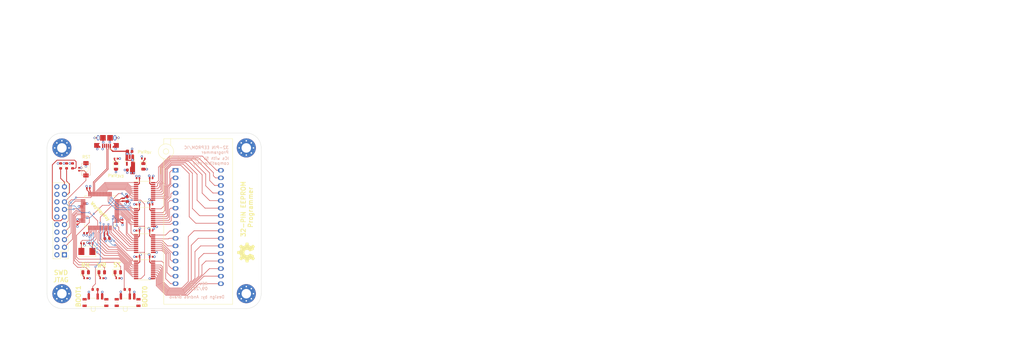
<source format=kicad_pcb>
(kicad_pcb (version 20221018) (generator pcbnew)
  (layers (0 "F.Cu" signal) (1 "In1.Cu" power) (2 "In2.Cu" power) (31 "B.Cu" signal) (34 "B.Paste" user) (35 "F.Paste" user) (36 "B.SilkS" user "B.Silkscreen") (37 "F.SilkS" user "F.Silkscreen") (38 "B.Mask" user) (39 "F.Mask" user) (44 "Edge.Cuts" user))
  (net 0 "")
  (net 1 "+5V")
  (net 2 "GND")
  (net 3 "/HSE_IN")
  (net 4 "+3V3")
  (net 5 "/RESET")
  (net 6 "/white")
  (net 7 "/yellow")
  (net 8 "/red")
  (net 9 "/READ_LED")
  (net 10 "/green")
  (net 11 "/WRITE_LED")
  (net 12 "/blue")
  (net 13 "/STATUS_LED")
  (net 14 "/JNTRST")
  (net 15 "/JTDI")
  (net 16 "/SWDIO{slash}JTMS")
  (net 17 "/SWCLK{slash}JTCK")
  (net 18 "/gnd_r4")
  (net 19 "/JTDO")
  (net 20 "/gnd_r5")
  (net 21 "/gnd_r6")
  (net 22 "/USB_D-")
  (net 23 "/USB_D+")
  (net 26 "/HSE_OUT")
  (net 27 "/CONN_B01")
  (net 28 "/CONN_B02")
  (net 29 "/CONN_B03")
  (net 30 "/CONN_B04")
  (net 31 "/CONN_B05")
  (net 32 "/CONN_B06")
  (net 33 "/CONN_B07")
  (net 34 "/CONN_B08")
  (net 35 "/CONN_B09")
  (net 36 "/CONN_B10")
  (net 37 "/CONN_B11")
  (net 38 "/CONN_B12")
  (net 39 "/CONN_B13")
  (net 40 "/CONN_B14")
  (net 41 "/CONN_B15")
  (net 42 "/CONN_B16")
  (net 43 "/CONN_A16")
  (net 44 "/CONN_A15")
  (net 45 "/CONN_A14")
  (net 46 "/CONN_A13")
  (net 47 "/CONN_A12")
  (net 48 "/CONN_A11")
  (net 49 "/CONN_A10")
  (net 50 "/CONN_A09")
  (net 51 "/CONN_A08")
  (net 52 "/CONN_A07")
  (net 53 "/CONN_A06")
  (net 54 "/CONN_A05")
  (net 55 "/CONN_A04")
  (net 56 "/CONN_A03")
  (net 57 "/CONN_A02")
  (net 58 "/CONN_A01")
  (net 59 "/MCU_A16")
  (net 60 "/MCU_A15")
  (net 61 "/MCU_A14")
  (net 62 "/MCU_B16")
  (net 63 "/MCU_B15")
  (net 64 "/MCU_B14")
  (net 65 "/MCU_B13")
  (net 66 "/MCU_B12")
  (net 67 "/MCU_B11")
  (net 68 "/MCU_B10")
  (net 69 "/MCU_B09")
  (net 70 "/MCU_B08")
  (net 71 "/MCU_B07")
  (net 72 "/MCU_B06")
  (net 73 "/MCU_B05")
  (net 74 "/MCU_B04")
  (net 75 "/MCU_B03")
  (net 76 "/MCU_B02")
  (net 77 "/MCU_B01")
  (net 78 "/MCU_A13")
  (net 79 "/MCU_A12")
  (net 80 "/MCU_A11")
  (net 81 "/MCU_A10")
  (net 82 "/MCU_A09")
  (net 83 "/MCU_A08")
  (net 84 "/MCU_A07")
  (net 85 "/MCU_A06")
  (net 86 "/MCU_A05")
  (net 87 "/MCU_A04")
  (net 88 "/MCU_A03")
  (net 89 "/MCU_A02")
  (net 90 "/MCU_A01")
  (net 91 "/LS_OE")
  (net 92 "/Boot0_s")
  (net 93 "/Boot0_r")
  (net 94 "/Boot1_s")
  (net 95 "/Boot1_r")
  (footprint "Resistor_SMD:R_0603_1608Metric" (layer "F.Cu") (at 119.5 83.45 90)
    (fp_text reference "R4" hide)
    (fp_text value "10k")
  )
  (footprint "Package_SO:TSSOP-20_4.4x6.5mm_P0.65mm" (layer "F.Cu") (at 143.7075 109.62)
    (fp_text reference "U4" hide)
    (fp_text value "TXS0108EPW")
  )
  (footprint "Capacitor_SMD:C_0603_1608Metric" (layer "F.Cu") (at 138.7075 84.82 180)
    (fp_text reference "C4" hide)
    (fp_text value "1uF")
  )
  (footprint "Capacitor_SMD:C_0402_1005Metric" (layer "F.Cu") (at 141.5075 87.62 180)
    (fp_text reference "C18" hide)
    (fp_text value "100nF")
  )
  (footprint "Capacitor_SMD:C_0402_1005Metric" (layer "F.Cu") (at 145.9075 114.02)
    (fp_text reference "C21" hide)
    (fp_text value "100nF")
  )
  (footprint "LED_SMD:LED_0805_2012Metric" (layer "F.Cu") (at 123.9075 119.22)
    (fp_text reference "D3" hide)
    (fp_text value "RED")
  )
  (footprint "Capacitor_SMD:C_0402_1005Metric" (layer "F.Cu") (at 121.7 84.6 90)
    (fp_text reference "C8" hide)
    (fp_text value "100nF")
  )
  (footprint "LOGO" (layer "F.Cu") (at 177.85 112.6 90)
    (fp_text reference "G***" hide)
    (fp_text value "LOGO" hide)
  )
  (footprint "LibraryAndres:SW_SWDT_SMD_0.8x1.4_0.8x2" (layer "F.Cu") (at 137.995 129.4)
    (fp_text reference "SW1" hide)
    (fp_text value "Boot0")
  )
  (footprint "Capacitor_SMD:C_0402_1005Metric" (layer "F.Cu") (at 136.3075 102.12 -90)
    (fp_text reference "C11" hide)
    (fp_text value "100nF")
  )
  (footprint "Resistor_SMD:R_0402_1005Metric" (layer "F.Cu") (at 134.1075 81.02)
    (fp_text reference "R2" hide)
    (fp_text value "220")
  )
  (footprint "Package_TO_SOT_SMD:SOT-23-5" (layer "F.Cu") (at 138.7075 81.62 -90)
    (fp_text reference "U1" hide)
    (fp_text value locked "TPMIC5504-3.3YM5")
  )
  (footprint "Package_SO:TSSOP-20_4.4x6.5mm_P0.65mm" (layer "F.Cu") (at 143.7075 100.82)
    (fp_text reference "U3" hide)
    (fp_text value "TXS0108EPW")
  )
  (footprint "Resistor_SMD:R_0603_1608Metric" (layer "F.Cu") (at 115.5 83.45 90)
    (fp_text reference "R6" hide)
    (fp_text value "10k")
  )
  (footprint "Crystal:Crystal_SMD_5032-2Pin_5.0x3.2mm" (layer "F.Cu") (at 124.3075 112.22 180)
    (fp_text reference "Y1" hide)
    (fp_text value "8MHz")
  )
  (footprint "LED_SMD:LED_0805_2012Metric" (layer "F.Cu") (at 143.3075 83.62 -90)
    (fp_text reference "D1" hide)
    (fp_text value "WHITE")
  )
  (footprint "Capacitor_SMD:C_0402_1005Metric" (layer "F.Cu") (at 141.5075 105.22 180)
    (fp_text reference "C15" hide)
    (fp_text value "100nF")
  )
  (footprint "Capacitor_SMD:C_0402_1005Metric" (layer "F.Cu") (at 136.3075 94.82 -90)
    (fp_text reference "C9" hide)
    (fp_text value "100nF")
  )
  (footprint "Capacitor_SMD:C_0402_1005Metric" (layer "F.Cu") (at 122.8275 109.47 180)
    (fp_text reference "C2" hide)
    (fp_text value "30p")
  )
  (footprint "Resistor_SMD:R_0603_1608Metric" (layer "F.Cu") (at 127.0875 125 180)
    (fp_text reference "R10" hide)
    (fp_text value "10k")
  )
  (footprint "Capacitor_SMD:C_0603_1608Metric" (layer "F.Cu") (at 131.1075 107.82 180)
    (fp_text reference "C13" hide)
    (fp_text value "1uF")
  )
  (footprint "Resistor_SMD:R_0603_1608Metric" (layer "F.Cu") (at 137.8625 125 180)
    (fp_text reference "R9" hide)
    (fp_text value "10k" hide)
  )
  (footprint "Capacitor_SMD:C_0402_1005Metric" (layer "F.Cu") (at 141.5075 114.02 180)
    (fp_text reference "C19" hide)
    (fp_text value "100nF")
  )
  (footprint "Resistor_SMD:R_0402_1005Metric" (layer "F.Cu") (at 134.7075 121.22)
    (fp_text reference "R8" hide)
    (fp_text value "100")
  )
  (footprint "Connector_USB:USB_Micro-B_XKB_U254-051T-4BH83-F1S" (layer "F.Cu") (at 130.9075 74.42 180)
    (fp_text reference "J2" hide)
    (fp_text value "USB_B_Micro")
  )
  (footprint "MountingHole:MountingHole_3.2mm_M3_Pad_Via" (layer "F.Cu") (at 115.9075 126.42)
    (fp_text reference "H3" hide)
    (fp_text value "MountingHole")
  )
  (footprint "LED_SMD:LED_0805_2012Metric" (layer "F.Cu") (at 134.1075 83.62 -90)
    (fp_text reference "D2" hide)
    (fp_text value "YELLOW")
  )
  (footprint "LED_SMD:LED_0805_2012Metric" (layer "F.Cu") (at 134.7075 119.22)
    (fp_text reference "D5" hide)
    (fp_text value "BLUE")
  )
  (footprint "Resistor_SMD:R_0402_1005Metric" (layer "F.Cu") (at 129.3075 121.22)
    (fp_text reference "R7" hide)
    (fp_text value "100")
  )
  (footprint "Connector_PinHeader_2.54mm:PinHeader_2x10_P2.54mm_Vertical" (layer "F.Cu") (at 116.775 113.345 180)
    (fp_text reference "J1" hide)
    (fp_text value "SWJ-DP")
  )
  (footprint "Capacitor_SMD:C_0603_1608Metric" (layer "F.Cu") (at 138.7075 78.62)
    (fp_text reference "C1" hide)
    (fp_text value "1uF")
  )
  (footprint "Resistor_SMD:R_0603_1608Metric" (layer "F.Cu") (at 117.5 83.45 90)
    (fp_text reference "R5" hide)
    (fp_text value "10k")
  )
  (footprint "LED_SMD:LED_0805_2012Metric" (layer "F.Cu") (at 129.3075 119.22)
    (fp_text reference "D4" hide)
    (fp_text value "GREEN")
  )
  (footprint "Capacitor_SMD:C_0402_1005Metric" (layer "F.Cu") (at 124.8 91)
    (fp_text reference "C6" hide)
    (fp_text value "100nF")
  )
  (footprint "LibraryAndres:SW_SWDT_SMD_0.8x1.4_0.8x2" (layer "F.Cu") (at 127.2 129.4)
    (fp_text reference "SW3" hide)
    (fp_text value "Boot1")
  )
  (footprint "Package_QFP:LQFP-64_10x10mm_P0.5mm" (layer "F.Cu") (at 128.7075 98.62 90)
    (fp_text reference "U2" hide)
    (fp_text value "STM32F103RBT6")
  )
  (footprint "Package_SO:TSSOP-20_4.4x6.5mm_P0.65mm" (layer "F.Cu") (at 143.7075 118.42)
    (fp_text reference "U6" hide)
    (fp_text value "TXS0108EPW")
  )
  (footprint "Package_SO:TSSOP-20_4.4x6.5mm_P0.65mm" (layer "F.Cu") (at 143.7075 92.02)
    (fp_text reference "U5" hide)
    (fp_text value "TXS0108EPW")
  )
  (footprint "Capacitor_SMD:C_0402_1005Metric" (layer "F.Cu") (at 145.9075 96.42)
    (fp_text reference "C16" hide)
    (fp_text value "100nF")
  )
  (footprint "Socket:DIP_Socket-32_W11.9_W12.7_W15.24_W17.78_W18.5_3M_232-1285-00-0602J" (layer "F.Cu") (at 154.1075 84.96)
    (fp_text reference "J3" hide)
    (fp_text value "ZIF 32 DIP Socket")
  )
  (footprint "Capacitor_SMD:C_0402_1005Metric" (layer "F.Cu") (at 141.5075 96.42 180)
    (fp_text reference "C14" hide)
    (fp_text value "100nF")
  )
  (footprint "Resistor_SMD:R_0402_1005Metric" (layer "F.Cu") (at 143.3075 81.02 180)
    (fp_text reference "R1" hide)
    (fp_text value "220")
  )
  (footprint "MountingHole:MountingHole_3.2mm_M3_Pad_Via" (layer "F.Cu") (at 177.9075 77.42)
    (fp_text reference "H2" hide)
    (fp_text value "MountingHole")
  )
  (footprint "MountingHole:MountingHole_3.2mm_M3_Pad_Via" (layer "F.Cu") (at 115.9075 77.42)
    (fp_text reference "H1" hide)
    (fp_text value "MountingHole")
  )
  (footprint "LibraryAndres:SW_SMD_1.8x1.35_4.15" (layer "F.Cu") (at 124 84.6 90)
    (fp_text reference "SW2" hide)
    (fp_text value "Reset")
  )
  (footprint "Capacitor_SMD:C_0402_1005Metric" (layer "F.Cu") (at 145.9075 105.22)
    (fp_text reference "C17" hide)
    (fp_text value "100nF")
  )
  (footprint "MountingHole:MountingHole_3.2mm_M3_Pad_Via" (layer "F.Cu") (at 177.9075 126.42)
    (fp_text reference "H4" hide)
    (fp_text value "MountingHole")
  )
  (footprint "Capacitor_SMD:C_0402_1005Metric" (layer "F.Cu") (at 123.85 106 180)
    (fp_text reference "C7" hide)
    (fp_text value "100nF")
  )
  (footprint "Capacitor_SMD:C_0402_1005Metric" (layer "F.Cu") (at 130.7075 106.22 180)
    (fp_text reference "C12" hide)
    (fp_text value "100nF")
  )
  (footprint "Capacitor_SMD:C_0603_1608Metric" (layer "F.Cu") (at 137.9075 94.62 -90)
    (fp_text reference "C5" hide)
    (fp_text value "1uF")
  )
  (footprint "Resistor_SMD:R_0402_1005Metric" (layer "F.Cu") (at 123.9075 121.22)
    (fp_text reference "R3" hide)
    (fp_text value "100")
  )
  (footprint "Capacitor_SMD:C_0402_1005Metric" (layer "F.Cu") (at 125.7875 109.47)
    (fp_text reference "C3" hide)
    (fp_text value "30p")
  )
  (footprint "Capacitor_SMD:C_0402_1005Metric" (layer "F.Cu") (at 121.1075 102.62 90)
    (fp_text reference "C10" hide)
    (fp_text value "100nF")
  )
  (footprint "Capacitor_SMD:C_0402_1005Metric" (layer "F.Cu") (at 145.9075 87.62)
    (fp_text reference "C20" hide)
    (fp_text value "100nF")
  )
  (gr_line (start 115.9075 131.42) (end 177.9075 131.42) (stroke (width 0.1)) (layer "Edge.Cuts"))
  (gr_arc (start 115.9075 131.42) (mid 112.371966 129.955534) (end 110.9075 126.42) (stroke (width 0.1)) (layer "Edge.Cuts"))
  (gr_line (start 115.9075 72.42) (end 177.9075 72.42) (stroke (width 0.1)) (layer "Edge.Cuts"))
  (gr_arc (start 110.9075 77.42) (mid 112.371966 73.884466) (end 115.9075 72.42) (stroke (width 0.1)) (layer "Edge.Cuts"))
  (gr_line (start 110.9075 77.42) (end 110.9075 126.42) (stroke (width 0.1)) (layer "Edge.Cuts"))
  (gr_arc (start 182.9075 126.42) (mid 181.443034 129.955534) (end 177.9075 131.42) (stroke (width 0.1)) (layer "Edge.Cuts"))
  (gr_arc (start 177.9075 72.42) (mid 181.443034 73.884466) (end 182.9075 77.42) (stroke (width 0.1)) (layer "Edge.Cuts"))
  (gr_line (start 182.9075 126.42) (end 182.9075 77.42) (stroke (width 0.1)) (layer "Edge.Cuts"))
  (gr_text "Design by: Andres Bravo" (at 170.65 128.1) (layer "B.SilkS") (effects (font (size 1 1)) (justify left bottom mirror)))
  (gr_text "ICs with 5V logic level \ncompatible only" (at 172.2 83.15) (layer "B.SilkS") (effects (font (size 1 1)) (justify left bottom mirror)))
  (gr_text "32-PIN EEPROM/IC\nProgrammer" (at 172.05 79.5) (layer "B.SilkS") (effects (font (size 1 1)) (justify left bottom mirror)))
  (gr_text "REV 1.0\n09/2023" (at 165 125.3) (layer "B.SilkS") (effects (font (size 1 1)) (justify left bottom mirror)))
  (gr_text "SWD\nJTAG" (at 115.6 122.65) (layer "F.SilkS") (effects (font (size 1.5 1.5) (thickness 0.3) bold) (justify bottom)))
  (gr_text "PWR_{5V}" (at 141.25 79.4) (layer "F.SilkS") (effects (font (size 1 1)) (justify left bottom)))
  (gr_text "PWR_{3V3}" (at 131.25 87.35) (layer "F.SilkS") (effects (font (size 1 1)) (justify left bottom)))
  (gr_text "32-PIN EEPROM \nProgrammer" (at 180.2 97.4 90) (layer "F.SilkS") (effects (font (size 1.5 1.5) (thickness 0.3) bold) (justify bottom)))
  (gr_text "RST" (at 122.65 81.05) (layer "F.SilkS") (effects (font (size 1 1)) (justify left bottom)))
  (gr_text "WayWayWay" (at 125.3 96 315) (layer "F.SilkS") (effects (font (size 1 1) (thickness 0.25) bold) (justify left bottom)))
  (gr_text "WR" (at 127.45 117.75) (layer "F.SilkS") (effects (font (size 1.5 1.5) (thickness 0.3) bold) (justify left bottom)))
  (gr_text "ST" (at 133 117.65) (layer "F.SilkS") (effects (font (size 1.5 1.5) (thickness 0.3) bold) (justify left bottom)))
  (gr_text "BOOT1" (at 122.35 131.1 90) (layer "F.SilkS") (effects (font (size 1.5 1.5) (thickness 0.3) bold) (justify left bottom)))
  (gr_text "BOOT0" (at 144.7 131.2 90) (layer "F.SilkS") (effects (font (size 1.5 1.5) (thickness 0.3) bold) (justify left bottom)))
  (gr_text "RX" (at 122.2 117.75) (layer "F.SilkS") (effects (font (size 1.5 1.5) (thickness 0.3) bold) (justify left bottom)))
  (segment (start 145.4275 86.9775) (end 145.4275 87.62) (width 0.4) (layer "F.Cu") (net 1))
  (segment (start 145.4275 114.02) (end 145.4275 113.4275) (width 0.4) (layer "F.Cu") (net 1))
  (segment (start 146.57 107.345) (end 145.846104 107.345) (width 0.3) (layer "F.Cu") (net 1))
  (segment (start 146.57 116.145) (end 145.845 116.145) (width 0.3) (layer "F.Cu") (net 1))
  (segment (start 145.4275 89.326396) (end 145.846104 89.745) (width 0.3) (layer "F.Cu") (net 1))
  (segment (start 137.8625 78.55) (end 137.9325 78.62) (width 0.4) (layer "F.Cu") (net 1))
  (segment (start 145.4275 98.126396) (end 145.4275 96.42) (width 0.3) (layer "F.Cu") (net 1))
  (segment (start 145.4275 106.926396) (end 145.4275 105.22) (width 0.3) (layer "F.Cu") (net 1))
  (segment (start 145.846104 107.345) (end 145.4275 106.926396) (width 0.3) (layer "F.Cu") (net 1))
  (segment (start 145.4275 87.62) (end 145.4275 89.326396) (width 0.3) (layer "F.Cu") (net 1))
  (segment (start 132.2075 76.705) (end 132.2075 77.7575) (width 0.4) (layer "F.Cu") (net 1))
  (segment (start 145.846104 98.545) (end 145.4275 98.126396) (width 0.3) (layer "F.Cu") (net 1))
  (segment (start 132.2075 77.7575) (end 133 78.55) (width 0.4) (layer "F.Cu") (net 1))
  (segment (start 145.25 86.8) (end 145.4275 86.9775) (width 0.4) (layer "F.Cu") (net 1))
  (segment (start 133 78.55) (end 137.8625 78.55) (width 0.4) (layer "F.Cu") (net 1))
  (segment (start 144.4425 84.5575) (end 144.45 84.55) (width 0.4) (layer "F.Cu") (net 1))
  (segment (start 145.4275 113.4275) (end 145.2 113.2) (width 0.4) (layer "F.Cu") (net 1))
  (segment (start 145.4 115.7) (end 145.4 114.0475) (width 0.3) (layer "F.Cu") (net 1))
  (segment (start 145.4 114.0475) (end 145.4275 114.02) (width 0.3) (layer "F.Cu") (net 1))
  (segment (start 143.3075 84.5575) (end 144.4425 84.5575) (width 0.4) (layer "F.Cu") (net 1))
  (segment (start 145.845 116.145) (end 145.4 115.7) (width 0.3) (layer "F.Cu") (net 1))
  (segment (start 145.4275 105.22) (end 145.4275 104.7275) (width 0.4) (layer "F.Cu") (net 1))
  (segment (start 145.4275 104.7275) (end 145.15 104.45) (width 0.4) (layer "F.Cu") (net 1))
  (segment (start 146.57 98.545) (end 145.846104 98.545) (width 0.3) (layer "F.Cu") (net 1))
  (segment (start 145.846104 89.745) (end 146.57 89.745) (width 0.3) (layer "F.Cu") (net 1))
  (segment (start 137.7575 78.795) (end 137.9325 78.62) (width 0.4) (layer "F.Cu") (net 1))
  (segment (start 145.4275 96.42) (end 145.4275 96.2775) (width 0.4) (layer "F.Cu") (net 1))
  (segment (start 145.4275 96.2775) (end 145 95.85) (width 0.4) (layer "F.Cu") (net 1))
  (via (at 139.65 81.45) (size 0.8) (drill 0.4) (layers "F.Cu" "B.Cu") (net 1))
  (via (at 144.45 84.55) (size 0.8) (drill 0.4) (layers "F.Cu" "B.Cu") (net 1))
  (via (at 137.85 79.4) (size 0.8) (drill 0.4) (layers "F.Cu" "B.Cu") (net 1))
  (via (at 145.2 113.2) (size 0.8) (drill 0.4) (layers "F.Cu" "B.Cu") (net 1))
  (via (at 145.25 86.8) (size 0.8) (drill 0.4) (layers "F.Cu" "B.Cu") (net 1))
  (via (at 145.15 104.45) (size 0.8) (drill 0.4) (layers "F.Cu" "B.Cu") (net 1))
  (via (at 145 95.85) (size 0.8) (drill 0.4) (layers "F.Cu" "B.Cu") (net 1))
  (segment (start 124 82.525) (end 124 83.6) (width 0.4) (layer "F.Cu") (net 2))
  (segment (start 135.38 81.02) (end 135.4 81) (width 0.4) (layer "F.Cu") (net 2))
  (segment (start 146.57 112.545) (end 147.7495 112.545) (width 0.4) (layer "F.Cu") (net 2))
  (segment (start 129.6075 76.705) (end 129.6075 77.7925) (width 0.3) (layer "F.Cu") (net 2))
  (segment (start 129.45 125.9) (end 129.5 125.85) (width 0.4) (layer "F.Cu") (net 2))
  (segment (start 123.3075 109.47) (end 123.3075 109.9575) (width 0.4) (layer "F.Cu") (net 2))
  (segment (start 135.97 121.22) (end 136 121.25) (width 0.4) (layer "F.Cu") (net 2))
  (segment (start 129.45 127.368) (end 129.45 125.9) (width 0.4) (layer "F.Cu") (net 2))
  (segment (start 129.8 75.5) (end 129.7075 75.4075) (width 0.3) (layer "F.Cu") (net 2))
  (segment (start 119.5 82.625) (end 118.625 82.625) (width 0.4) (layer "F.Cu") (net 2))
  (segment (start 146.57 121.345) (end 145.455 121.345) (width 0.4) (layer "F.Cu") (net 2))
  (segment (start 130.3325 108.351032) (end 130.690734 108.709266) (width 0.4) (layer "F.Cu") (net 2))
  (segment (start 139.4825 77.7675) (end 139.5 77.75) (width 0.3) (layer "F.Cu") (net 2))
  (segment (start 141.0275 87.62) (end 141.0275 86.977003) (width 0.4) (layer "F.Cu") (net 2))
  (segment (start 125.4575 92.945) (end 125.4575 91.8575) (width 0.25) (layer "F.Cu") (net 2))
  (segment (start 137.9325 84.82) (end 137.9325 85.7175) (width 0.3) (layer "F.Cu") (net 2))
  (segment (start 115.5 82.625) (end 114.625 82.625) (width 0.4) (layer "F.Cu") (net 2))
  (segment (start 141.0275 96.42) (end 140.32 96.42) (width 0.4) (layer "F.Cu") (net 2))
  (segment (start 138.245 95.395) (end 138.7 95.85) (width 0.4) (layer "F.Cu") (net 2))
  (segment (start 138.7075 80.4825) (end 138.7075 79.6425) (width 0.3) (layer "F.Cu") (net 2))
  (segment (start 140.32 96.42) (end 140.25 96.35) (width 0.4) (layer "F.Cu") (net 2))
  (segment (start 141.0275 114.02) (end 140.32 114.02) (width 0.4) (layer "F.Cu") (net 2))
  (segment (start 136.3075 102.6) (end 136.3075 103.2925) (width 0.4) (layer "F.Cu") (net 2))
  (segment (start 134.3825 95.37) (end 136.2375 95.37) (width 0.25) (layer "F.Cu") (net 2))
  (segment (start 125.4575 91.8575) (end 125.28 91.68) (width 0.25) (layer "F.Cu") (net 2))
  (segment (start 117.5 82.625) (end 116.625 82.625) (width 0.4) (layer "F.Cu") (net 2))
  (segment (start 137.8125 95.3) (end 137.9075 95.395) (width 0.4) (layer "F.Cu") (net 2))
  (segment (start 118.625 82.625) (end 118.6 82.65) (width 0.4) (layer "F.Cu") (net 2))
  (segment (start 140.32 105.22) (end 140.3 105.2) (width 0.4) (layer "F.Cu") (net 2))
  (segment (start 121.623604 102.14) (end 121.1075 102.14) (width 0.25) (layer "F.Cu") (net 2))
  (segment (start 134.3825 101.87) (end 135.233604 101.87) (width 0.25) (layer "F.Cu") (net 2))
  (segment (start 139.4825 78.62) (end 139.4825 77.7675) (width 0.3) (layer "F.Cu") (net 2))
  (segment (start 130.2275 107.715) (end 130.3325 107.82) (width 0.4) (layer "F.Cu") (net 2))
  (segment (start 121.1495 101.45) (end 121.1075 101.492) (width 0.4) (layer "F.Cu") (net 2))
  (segment (start 134.0075 76.58) (end 134.0075 77.7425) (width 0.3) (layer "F.Cu") (net 2))
  (segment (start 126.97 74.03) (end 126.95 74.05) (width 0.3) (layer "F.Cu") (net 2))
  (segment (start 121.893604 101.87) (end 121.623604 102.14) (width 0.25) (layer "F.Cu") (net 2))
  (segment (start 135.963604 102.6) (end 136.3075 102.6) (width 0.25) (layer "F.Cu") (net 2))
  (segment (start 125.3075 109.47) (end 124.7705 109.47) (width 0.4) (layer "F.Cu") (net 2))
  (segment (start 147.595 103.745) (end 147.8 103.95) (width 0.4) (layer "F.Cu") (net 2))
  (segment (start 123.0325 101.37) (end 121.2295 101.37) (width 0.3) (layer "F.Cu") (net 2))
  (segment (start 123.0325 97.37) (end 121.92 97.37) (width 0.3) (layer "F.Cu") (net 2))
  (segment (start 141.0275 105.22) (end 140.32 105.22) (width 0.4) (layer "F.Cu") (net 2))
  (segment (start 145.572079 94.945) (end 146.57 94.945) (width 0.4) (layer "F.Cu") (net 2))
  (segment (start 147.7495 112.545) (end 147.75 112.5445) (width 0.4) (layer "F.Cu") (net 2))
  (segment (start 130.2275 105.7725) (end 130.2275 106.22) (width 0.25) (layer "F.Cu") (net 2))
  (segment (start 135.2175 121.22) (end 135.97 121.22) (width 0.4) (layer "F.Cu") (net 2))
  (segment (start 130.63 121.22) (end 130.65 121.2) (width 0.4) (layer "F.Cu") (net 2))
  (segment (start 124.4175 121.22) (end 125.22 121.22) (width 0.4) (layer "F.Cu") (net 2))
  (segment (start 123.0325 96.37) (end 124.18 96.37) (width 0.3) (layer "F.Cu") (net 2))
  (segment (start 137.13 84.82) (end 137.1 84.85) (width 0.3) (layer "F.Cu") (net 2))
  (segment (start 147.03 114.02) (end 147.05 114) (width 0.4) (layer "F.Cu") (net 2))
  (segment (start 134.0075 77.7425) (end 134 77.75) (width 0.3) (layer "F.Cu") (net 2))
  (segment (start 146.65 86.85) (end 146.3875 87.1125) (width 0.4) (layer "F.Cu") (net 2))
  (segment (start 129.6075 77.7925) (end 129.6 77.8) (width 0.3) (layer "F.Cu") (net 2))
  (segment (start 146.3875 87.1125) (end 146.3875 87.62) (width 0.4) (layer "F.Cu") (net 2))
  (segment (start 114.625 82.625) (end 114.6 82.65) (width 0.4) (layer "F.Cu") (net 2))
  (segment (start 145.455 121.345) (end 145.45 121.35) (width 0.4) (layer "F.Cu") (net 2))
  (segment (start 141.0275 86.977003) (end 140.950497 86.9) (width 0.4) (layer "F.Cu") (net 2))
  (segment (start 140.32 114.02) (end 140.3 114) (width 0.4) (layer "F.Cu") (net 2))
  (segment (start 122.38 84.12) (end 122.4 84.1) (width 0.4) (layer "F.Cu") (net 2))
  (segment (start 125.22 121.22) (end 125.25 121.25) (width 0.4) (layer "F.Cu") (net 2))
  (segment (start 146.3875 96.42) (end 146.3875 95.8375) (width 0.4) (layer "F.Cu") (net 2))
  (segment (start 123.3075 109.9575) (end 123.55 110.2) (width 0.4) (layer "F.Cu") (net 2))
  (segment (start 116.625 82.625) (end 116.6 82.65) (width 0.4) (layer "F.Cu") (net 2))
  (segment (start 140.245 127.368) (end 140.245 125.855) (width 0.4) (layer "F.Cu") (net 2))
  (segment (start 136.3075 95.3) (end 137.8125 95.3) (width 0.4) (layer "F.Cu") (net 2))
  (segment (start 123.37 106.58) (end 123.2 106.75) (width 0.4) (layer "F.Cu") (net 2))
  (segment (start 129.7075 75.4075) (end 129.7075 74.03) (width 0.3) (layer "F.Cu") (net 2))
  (segment (start 137.9075 95.395) (end 138.245 95.395) (width 0.4) (layer "F.Cu") (net 2))
  (segment (start 129.8175 121.22) (end 130.63 121.22) (width 0.4) (layer "F.Cu") (net 2))
  (segment (start 137.3 96.1505) (end 137.9075 95.543) (width 0.4) (layer "F.Cu") (net 2))
  (segment (start 124.7705 109.47) (end 124.5005 109.2) (width 0.4) (layer "F.Cu") (net 2))
  (segment (start 121.7 84.12) (end 122.38 84.12) (width 0.4) (layer "F.Cu") (net 2))
  (segment (start 123.0325 95.87) (end 124.12 95.87) (width 0.3) (layer "F.Cu") (net 2))
  (segment (start 125.28 91) (end 125.28 90.42) (width 0.4) (layer "F.Cu") (net 2))
  (segment (start 142.7975 81.02) (end 142.7975 80.3025) (width 0.4) (layer "F.Cu") (net 2))
  (segment (start 137.9325 85.7175) (end 137.9 85.75) (width 0.3) (layer "F.Cu") (net 2))
  (segment (start 142.7975 80.3025) (end 142.8 80.3) (width 0.4) (layer "F.Cu") (net 2))
  (segment (start 146.3875 95.8375) (end 146.2 95.65) (width 0.4) (layer "F.Cu") (net 2))
  (segment (start 134.6175 81.02) (end 135.38 81.02) (width 0.4) (layer "F.Cu") (net 2))
  (segment (start 130.2275 106.22) (end 130.2275 107.715) (width 0.4) (layer "F.Cu") (net 2))
  (segment (start 123.0325 96.87) (end 121.88 96.87) (width 0.3) (layer "F.Cu") (net 2))
  (segment (start 146.3875 105.0125) (end 146.85 104.55) (width 0.4) (layer "F.Cu") (net 2))
  (segment (start 124.18 96.37) (end 124.4 96.15) (width 0.3) (layer "F.Cu") (net 2))
  (segment (start 130.4575 104.295) (end 130.4575 105.5425) (width 0.25) (layer "F.Cu") (net 2))
  (segment (start 136.2375 95.37) (end 136.3075 95.3) (width 0.25) (layer "F.Cu") (net 2))
  (segment (start 125.28 91.68) (end 125.28 91) (width 0.25) (layer "F.Cu") (net 2))
  (segment (start 128.0825 74.03) (end 126.97 74.03) (width 0.3) (layer "F.Cu") (net 2))
  (segment (start 130.4575 105.5425) (end 130.2275 105.7725) (width 0.25) (layer "F.Cu") (net 2))
  (segment (start 130.3325 107.82) (end 130.3325 108.351032) (width 0.4) (layer "F.Cu") (net 2))
  (segment (start 123.0325 101.87) (end 121.893604 101.87) (width 0.25) (layer "F.Cu") (net 2))
  (segment (start 123.37 106) (end 123.37 106.58) (width 0.4) (layer "F.Cu") (net 2))
  (segment (start 137.9075 95.543) (end 137.9075 95.395) (width 0.4) (layer "F.Cu") (net 2))
  (segment (start 146.3875 105.22) (end 146.3875 105.0125) (width 0.4) (layer "F.Cu") (net 2))
  (segment (start 145.334956 94.707877) (end 145.572079 94.945) (width 0.4) (layer "F.Cu") (net 2))
  (segment (start 127.8075 77.7925) (end 127.8 77.8) (width 0.3) (layer "F.Cu") (net 2))
  (segment (start 135.233604 101.87) (end 135.963604 102.6) (width 0.25) (layer "F.Cu") (net 2))
  (segment (start 133.7325 74.03) (end 134.87 74.03) (width 0.3) (layer "F.Cu") (net 2))
  (segment (start 121.2295 101.37) (end 121.1495 101.45) (width 0.3) (layer "F.Cu") (net 2))
  (segment (start 137.9325 84.82) (end 137.13 84.82) (width 0.3) (layer "F.Cu") (net 2))
  (segment (start 125.28 90.42) (end 125.4 90.3) (width 0.4) (layer "F.Cu") (net 2))
  (segment (start 127.8075 76.58) (end 127.8075 77.7925) (width 0.3) (layer "F.Cu") (net 2))
  (segment (start 140.245 125.855) (end 140.25 125.85) (width 0.4) (layer "F.Cu") (net 2))
  (segment (start 134.87 74.03) (end 134.9 74) (width 0.3) (layer "F.Cu") (net 2))
  (segment (start 121.92 97.37) (end 121.65 97.1) (width 0.3) (layer "F.Cu") (net 2))
  (segment (start 124.12 95.87) (end 124.4 96.15) (width 0.3) (layer "F.Cu") (net 2))
  (segment (start 138.7075 79.6425) (end 138.95 79.4) (width 0.3) (layer "F.Cu") (net 2))
  (segment (start 132.1075 75.397998) (end 132.1075 74.03) (width 0.3) (layer "F.Cu") (net 2))
  (segment (start 136.3075 103.2925) (end 136.3 103.3) (width 0.4) (layer "F.Cu") (net 2))
  (segment (start 146.57 103.745) (end 147.595 103.745) (width 0.4) (layer "F.Cu") (net 2))
  (segment (start 121.1075 101.492) (end 121.1075 102.14) (width 0.4) (layer "F.Cu") (net 2))
  (segment (start 121.88 96.87) (end 121.65 97.1) (width 0.3) (layer "F.Cu") (net 2))
  (segment (start 146.3875 114.02) (end 147.03 114.02) (width 0.4) (layer "F.Cu") (net 2))
  (segment (start 132.05 75.455498) (end 132.1075 75.397998) (width 0.3) (layer "F.Cu") (net 2))
  (via (at 146.65 86.85) (size 0.75) (drill 0.4) (layers "F.Cu" "B.Cu") (net 2))
  (via (at 137.3 96.1505) (size 0.75) (drill 0.4) (layers "F.Cu" "B.Cu") (net 2))
  (via (at 118.6 82.65) (size 0.75) (drill 0.4) (layers "F.Cu" "B.Cu") (net 2))
  (via (at 146.85 104.55) (size 0.75) (drill 0.4) (layers "F.Cu" "B.Cu") (net 2))
  (via (at 135.4 81) (size 0.75) (drill 0.4) (layers "F.Cu" "B.Cu") (net 2))
  (via (at 142.8 80.3) (size 0.75) (drill 0.4) (layers "F.Cu" "B.Cu") (net 2))
  (via (at 140.25 125.85) (size 0.75) (drill 0.4) (layers "F.Cu" "B.Cu") (net 2))
  (via (at 136.3 103.3) (size 0.75) (drill 0.4) (layers "F.Cu" "B.Cu") (net 2))
  (via (at 129.5 125.85) (size 0.75) (drill 0.4) (layers "F.Cu" "B.Cu") (net 2))
  (via (at 125.4 90.3) (size 0.75) (drill 0.4) (layers "F.Cu" "B.Cu") (net 2))
  (via (at 140.3 105.2) (size 0.75) (drill 0.4) (layers "F.Cu" "B.Cu") (net 2))
  (via (at 139.5 77.75) (size 0.75) (drill 0.4) (layers "F.Cu" "B.Cu") (net 2))
  (via (at 124.4 96.15) (size 0.75) (drill 0.4) (layers "F.Cu" "B.Cu") (net 2))
  (via (at 134 77.75) (size 0.75) (drill 0.4) (layers "F.Cu" "B.Cu") (net 2))
  (via (at 123.2 106.75) (size 0.75) (drill 0.4) (layers "F.Cu" "B.Cu") (net 2))
  (via (at 130.690734 108.709266) (size 0.75) (drill 0.4) (layers "F.Cu" "B.Cu") (net 2))
  (via (at 140.25 96.35) (size 0.75) (drill 0.4) (layers "F.Cu" "B.Cu") (net 2))
  (via (at 147.75 112.5445) (size 0.75) (drill 0.4) (layers "F.Cu" "B.Cu") (net 2))
  (via (at 136 121.25) (size 0.75) (drill 0.4) (layers "F.Cu" "B.Cu") (net 2))
  (via (at 134.9 74) (size 0.75) (drill 0.4) (layers "F.Cu" "B.Cu") (net 2))
  (via (at 145.334956 94.707877) (size 0.75) (drill 0.4) (layers "F.Cu" "B.Cu") (net 2))
  (via (at 140.950497 86.9) (size 0.75) (drill 0.4) (layers "F.Cu" "B.Cu") (net 2))
  (via (at 124 83.6) (size 0.75) (drill 0.4) (layers "F.Cu" "B.Cu") (net 2))
  (via (at 140.3 114) (size 0.75) (drill 0.4) (layers "F.Cu" "B.Cu") (net 2))
  (via (at 129.8 75.5) (size 0.75) (drill 0.4) (layers "F.Cu" "B.Cu") (net 2))
  (via (at 145.45 121.35) (size 0.75) (drill 0.4) (layers "F.Cu" "B.Cu") (net 2))
  (via (at 123.55 110.2) (size 0.75) (drill 0.4) (layers "F.Cu" "B.Cu") (net 2))
  (via (at 137.9 85.75) (size 0.75) (drill 0.4) (layers "F.Cu" "B.Cu") (net 2))
  (via (at 122.4 84.1) (size 0.75) (drill 0.4) (layers "F.Cu" "B.Cu") (net 2))
  (via (at 121.1495 101.45) (size 0.75) (drill 0.4) (layers "F.Cu" "B.Cu") (net 2))
  (via (at 132.05 75.455498) (size 0.75) (drill 0.4) (layers "F.Cu" "B.Cu") (net 2))
  (via (at 146.2 95.65) (size 0.75) (drill 0.4) (layers "F.Cu" "B.Cu") (net 2))
  (via (at 116.6 82.65) (size 0.75) (drill 0.4) (layers "F.Cu" "B.Cu") (net 2))
  (via (at 126.95 74.05) (size 0.75) (drill 0.4) (layers "F.Cu" "B.Cu") (net 2))
  (via (at 121.65 97.1) (size 0.75) (drill 0.4) (layers "F.Cu" "B.Cu") (net 2))
  (via (at 138.95 79.4) (size 0.75) (drill 0.4) (layers "F.Cu" "B.Cu") (net 2))
  (via (at 138.7 95.85) (size 0.75) (drill 0.4) (layers "F.Cu" "B.Cu") (net 2))
  (via (at 147.8 103.95) (size 0.75) (drill 0.4) (layers "F.Cu" "B.Cu") (net 2))
  (via (at 129.6 77.8) (size 0.75) (drill 0.4) (layers "F.Cu" "B.Cu") (net 2))
  (via (at 130.65 121.2) (size 0.75) (drill 0.4) (layers "F.Cu" "B.Cu") (net 2))
  (via (at 114.6 82.65) (size 0.75) (drill 0.4) (layers "F.Cu" "B.Cu") (net 2))
  (via (at 125.25 121.25) (size 0.75) (drill 0.4) (layers "F.Cu" "B.Cu") (net 2))
  (via (at 127.8 77.8) (size 0.75) (drill 0.4) (layers "F.Cu" "B.Cu") (net 2))
  (via (at 137.1 84.85) (size 0.75) (drill 0.4) (layers "F.Cu" "B.Cu") (net 2))
  (via (at 124.5005 109.2) (size 0.75) (drill 0.4) (layers "F.Cu" "B.Cu") (net 2))
  (via (at 147.05 114) (size 0.75) (drill 0.4) (layers "F.Cu" "B.Cu") (net 2))
  (segment (start 127 107.3) (end 127 104.3375) (width 0.15) (layer "F.Cu") (net 3))
  (segment (start 122.8 108.5) (end 125.8 108.5) (width 0.15) (layer "F.Cu") (net 3))
  (segment (start 122.3475 109.47) (end 122.3475 108.9525) (width 0.15) (layer "F.Cu") (net 3))
  (segment (start 122.4575 109.58) (end 122.4575 112.22) (width 0.25) (layer "F.Cu") (net 3))
  (segment (start 125.8 108.5) (end 127 107.3) (width 0.15) (layer "F.Cu") (net 3))
  (segment (start 122.3475 109.47) (end 122.4575 109.58) (width 0.25) (layer "F.Cu") (net 3))
  (segment (start 127 104.3375) (end 126.9575 104.295) (width 0.15) (layer "F.Cu") (net 3))
  (segment (start 122.3475 108.9525) (end 122.8 108.5) (width 0.15) (layer "F.Cu") (net 3))
  (segment (start 141.9875 96.42) (end 141.9875 95.7125) (width 0.4) (layer "F.Cu") (net 4))
  (segment (start 141.568896 89.745) (end 140.845 89.745) (width 0.3) (layer "F.Cu") (net 4))
  (segment (start 134.1075 84.5575) (end 134.1075 85.4925) (width 0.4) (layer "F.Cu") (net 4))
  (segment (start 135.33 94.87) (end 135.86 94.34) (width 0.25) (layer "F.Cu") (net 4))
  (segment (start 142.1 114.1325) (end 141.9875 114.02) (width 0.3) (layer "F.Cu") (net 4))
  (segment (start 141.9875 104.6125) (end 142.15 104.45) (width 0.4) (layer "F.Cu") (net 4))
  (segment (start 142.1 115.7) (end 142.1 114.1325) (width 0.3) (layer "F.Cu") (net 4))
  (segment (start 134.3825 94.87) (end 135.33 94.87) (width 0.25) (layer "F.Cu") (net 4))
  (segment (start 124.9575 92.945) (end 124.9575 92.1575) (width 0.25) (layer "F.Cu") (net 4))
  (segment (start 136.86 94.34) (end 137.355 93.845) (width 0.4) (layer "F.Cu") (net 4))
  (segment (start 124.32 91.52) (end 124.32 91) (width 0.25) (layer "F.Cu") (net 4))
  (segment (start 131.1875 106.5875) (end 131.8825 107.2825) (width 0.4) (layer "F.Cu") (net 4))
  (segment (start 141.9875 86.9875) (end 141.9 86.9) (width 0.4) (layer "F.Cu") (net 4))
  (segment (start 141.9875 87.62) (end 141.9875 86.9875) (width 0.4) (layer "F.Cu") (net 4))
  (segment (start 134.3825 101.37) (end 135.37 101.37) (width 0.25) (layer "F.Cu") (net 4))
  (segment (start 131.8825 107.2825) (end 131.8825 107.82) (width 0.4) (layer "F.Cu") (net 4))
  (segment (start 140.845 116.145) (end 141.655 116.145) (width 0.3) (layer "F.Cu") (net 4))
  (segment (start 137.355 93.845) (end 137.9075 93.845) (width 0.4) (layer "F.Cu") (net 4))
  (segment (start 131.1875 106.22) (end 131.1875 106.5875) (width 0.4) (layer "F.Cu") (net 4))
  (segment (start 135.64 101.64) (end 136.3075 101.64) (width 0.25) (layer "F.Cu") (net 4))
  (segment (start 136.3075 101.64) (end 136.3075 101.360954) (width 0.4) (layer "F.Cu") (net 4))
  (segment (start 131.1875 105.4875) (end 131.1875 106.22) (width 0.25) (layer "F.Cu") (net 4))
  (segment (start 140.845 107.345) (end 141.655 107.345) (width 0.3) (layer "F.Cu") (net 4))
  (segment (start 141.655 107.345) (end 141.9875 107.0125) (width 0.3) (layer "F.Cu") (net 4))
  (segment (start 141.9875 95.7125) (end 142.05 95.65) (width 0.4) (layer "F.Cu") (net 4))
  (segment (start 124.9575 92.1575) (end 124.32 91.52) (width 0.25) (layer "F.Cu") (net 4))
  (segment (start 124.33 106) (end 124.6 106) (width 0.25) (layer "F.Cu") (net 4))
  (segment (start 141.9875 113.6125) (end 142.35 113.25) (width 0.4) (layer "F.Cu") (net 4))
  (segment (start 131.8825 107.82) (end 131.8825 108.063968) (width 0.4) (layer "F.Cu") (net 4))
  (segment (start 136.3075 101.360954) (end 135.948273 101.001727) (width 0.4) (layer "F.Cu") (net 4))
  (segment (start 131.8825 108.063968) (end 132.409266 108.590734) (width 0.4) (layer "F.Cu") (net 4))
  (segment (start 124.33 106.72) (end 124.25 106.8) (width 0.4) (layer "F.Cu") (net 4))
  (segment (start 140.845 98.545) (end 141.568896 98.545) (width 0.3) (layer "F.Cu") (net 4))
  (segment (start 141.655 116.145) (end 142.1 115.7) (width 0.3) (layer "F.Cu") (net 4))
  (segment (start 124.32 90.42) (end 124.2 90.3) (width 0.4) (layer "F.Cu") (net 4))
  (segment (start 141.9875 87.62) (end 141.9875 89.326396) (width 0.3) (layer "F.Cu") (net 4))
  (segment (start 135.745 125.845) (end 135.7 125.8) (width 0.4) (layer "F.Cu") (net 4))
  (segment (start 121.1075 103.808) (end 121.1495 103.85) (width 0.4) (layer "F.Cu") (net 4))
  (segment (start 121.1075 103.1) (end 121.1075 103.808) (width 0.4) (layer "F.Cu") (net 4))
  (segment (start 124.95 125.9) (end 125 125.85) (width 0.4) (layer "F.Cu") (net 4))
  (segment (start 141.9875 107.0125) (end 141.9875 105.22) (width 0.3) (layer "F.Cu") (net 4))
  (segment (start 141.9875 105.22) (end 141.9875 104.6125) (width 0.4) (layer "F.Cu") (net 4))
  (segment (start 130.9575 104.295) (end 130.9575 105.2575) (width 0.25) (layer "F.Cu") (net 4))
  (segment (start 123.0325 102.37) (end 122.03 102.37) (width 0.25) (layer "F.Cu") (net 4))
  (segment (start 141.568896 98.545) (end 141.9875 98.126396) (width 0.3) (layer "F.Cu") (net 4))
  (segment (start 124.32 91) (end 124.32 90.42) (width 0.4) (layer "F.Cu") (net 4))
  (segment (start 122.03 102.37) (end 121.3 103.1) (width 0.25) (layer "F.Cu") (net 4))
  (segment (start 124.95 127.368) (end 124.95 125.9) (width 0.4) (layer "F.Cu") (net 4))
  (segment (start 121.3 103.1) (end 121.1075 103.1) (width 0.25) (layer "F.Cu") (net 4))
  (segment (start 141.9875 114.02) (end 141.9875 113.6125) (width 0.4) (layer "F.Cu") (net 4))
  (segment (start 137.9075 93.3075) (end 137.55 92.95) (width 0.4) (layer "F.Cu") (net 4))
  (segment (start 141.9875 89.326396) (end 141.568896 89.745) (width 0.3) (layer "F.Cu") (net 4))
  (segment (start 135.86 94.34) (end 136.3075 94.34) (width 0.25) (layer "F.Cu") (net 4))
  (segment (start 134.1075 85.4925) (end 134.1 85.5) (width 0.4) (layer "F.Cu") (net 4))
  (segment (start 124.33 106) (end 124.33 106.72) (width 0.4) (layer "F.Cu") (net 4))
  (segment (start 135.37 101.37) (end 135.64 101.64) (width 0.25) (layer "F.Cu") (net 4))
  (segment (start 135.745 127.368) (end 135.745 125.845) (width 0.4) (layer "F.Cu") (net 4))
  (segment (start 141.9875 98.126396) (end 141.9875 96.42) (width 0.3) (layer "F.Cu") (net 4))
  (segment (start 137.9075 93.845) (end 137.9075 93.3075) (width 0.4) (layer "F.Cu") (net 4))
  (segment (start 130.9575 105.2575) (end 131.1875 105.4875) (width 0.25) (layer "F.Cu") (net 4))
  (segment (start 136.3075 94.34) (end 136.86 94.34) (width 0.4) (layer "F.Cu") (net 4))
  (segment (start 124.6 106) (end 124.9575 105.6425) (width 0.25) (layer "F.Cu") (net 4))
  (segment (start 124.9575 105.6425) (end 124.9575 104.295) (width 0.25) (layer "F.Cu") (net 4))
  (via (at 139.15 85.8) (size 0.6) (drill 0.3) (layers "F.Cu" "B.Cu") (net 4))
  (via (at 140.15 85.8) (size 0.6) (drill 0.3) (layers "F.Cu" "B.Cu") (net 4))
  (via (at 141.9 86.9) (size 0.75) (drill 0.4) (layers "F.Cu" "B.Cu") (net 4))
  (via (at 135.948273 101.001727) (size 0.75) (drill 0.4) (layers "F.Cu" "B.Cu") (net 4))
  (via (at 142.15 104.45) (size 0.75) (drill 0.4) (layers "F.Cu" "B.Cu") (net 4))
  (via (at 142.35 113.25) (size 0.75) (drill 0.4) (layers "F.Cu" "B.Cu") (net 4))
  (via (at 135.7 125.8) (size 0.75) (drill 0.4) (layers "F.Cu" "B.Cu") (net 4))
  (via (at 124.2 90.3) (size 0.75) (drill 0.4) (layers "F.Cu" "B.Cu") (net 4))
  (via (at 125 125.85) (size 0.75) (drill 0.4) (layers "F.Cu" "B.Cu") (net 4))
  (via (at 137.55 92.95) (size 0.75) (drill 0.4) (layers "F.Cu" "B.Cu") (net 4))
  (via (at 134.1 85.5) (size 0.75) (drill 0.4) (layers "F.Cu" "B.Cu") (net 4))
  (via (at 142.05 95.65) (size 0.75) (drill 0.4) (layers "F.Cu" "B.Cu") (net 4))
  (via (at 124.25 106.8) (size 0.75) (drill 0.4) (layers "F.Cu" "B.Cu") (net 4))
  (via (at 121.1495 103.85) (size 0.75) (drill 0.4) (layers "F.Cu" "B.Cu") (net 4))
  (via (at 132.409266 108.590734) (size 0.75) (drill 0.4) (layers "F.Cu" "B.Cu") (net 4))
  (segment (start 123.43 85.08) (end 124 85.65) (width 0.25) (layer "F.Cu") (net 5))
  (segment (start 127.9575 104.295) (end 127.9575 101.9575) (width 0.15) (layer "F.Cu") (net 5))
  (segment (start 124 85.65) (end 124 86.675) (width 0.25) (layer "F.Cu") (net 5))
  (segment (start 127.9575 101.9575) (end 125.15 99.15) (width 0.15) (layer "F.Cu") (net 5))
  (segment (start 116.775 95.565) (end 124 88.34) (width 0.15) (layer "F.Cu") (net 5))
  (segment (start 124 88.34) (end 124 86.675) (width 0.15) (layer "F.Cu") (net 5))
  (segment (start 121.7 85.08) (end 123.43 85.08) (width 0.25) (layer "F.Cu") (net 5))
  (via (at 125.15 99.15) (size 0.6) (drill 0.3) (layers "F.Cu" "B.Cu") (net 5))
  (segment (start 122.45 99.15) (end 120.2 96.9) (width 0.15) (layer "B.Cu") (net 5))
  (segment (start 125.15 99.15) (end 122.45 99.15) (width 0.15) (layer "B.Cu") (net 5))
  (segment (start 120.2 96.9) (end 118.11 96.9) (width 0.15) (layer "B.Cu") (net 5))
  (segment (start 118.11 96.9) (end 116.775 95.565) (width 0.15) (layer "B.Cu") (net 5))
  (segment (start 143.3075 81.8425) (end 143.3075 82.6825) (width 0.3) (layer "F.Cu") (net 6))
  (segment (start 143.8175 81.02) (end 143.8175 81.3325) (width 0.3) (layer "F.Cu") (net 6))
  (segment (start 143.8175 81.3325) (end 143.3075 81.8425) (width 0.3) (layer "F.Cu") (net 6))
  (segment (start 134.1075 82.0075) (end 134.1075 82.6825) (width 0.3) (layer "F.Cu") (net 7))
  (segment (start 133.5975 81.02) (end 133.5975 81.4975) (width 0.3) (layer "F.Cu") (net 7))
  (segment (start 133.5975 81.4975) (end 134.1075 82.0075) (width 0.3) (layer "F.Cu") (net 7))
  (segment (start 123.3975 121.22) (end 123.3975 120.7975) (width 0.3) (layer "F.Cu") (net 8))
  (segment (start 123.3975 120.7975) (end 122.97 120.37) (width 0.3) (layer "F.Cu") (net 8))
  (segment (start 122.97 120.37) (end 122.97 119.22) (width 0.3) (layer "F.Cu") (net 8))
  (segment (start 121.15 117.55) (end 123.9 117.55) (width 0.15) (layer "F.Cu") (net 9))
  (segment (start 124.845 118.495) (end 124.845 119.22) (width 0.15) (layer "F.Cu") (net 9))
  (segment (start 123.9 117.55) (end 124.845 118.495) (width 0.15) (layer "F.Cu") (net 9))
  (segment (start 119.8 116.2) (end 121.15 117.55) (width 0.15) (layer "F.Cu") (net 9))
  (segment (start 123.0325 98.87) (end 120.93 98.87) (width 0.15) (layer "F.Cu") (net 9))
  (segment (start 119.8 100) (end 119.8 116.2) (width 0.15) (layer "F.Cu") (net 9))
  (segment (start 120.93 98.87) (end 119.8 100) (width 0.15) (layer "F.Cu") (net 9))
  (segment (start 128.37 120.37) (end 128.37 119.22) (width 0.3) (layer "F.Cu") (net 10))
  (segment (start 128.7975 120.7975) (end 128.37 120.37) (width 0.3) (layer "F.Cu") (net 10))
  (segment (start 128.7975 121.22) (end 128.7975 120.7975) (width 0.3) (layer "F.Cu") (net 10))
  (segment (start 120.15 100.144974) (end 120.15 115.35) (width 0.15) (layer "F.Cu") (net 11))
  (segment (start 120.15 115.35) (end 121.55 116.75) (width 0.15) (layer "F.Cu") (net 11))
  (segment (start 130.25 117.7) (end 130.245 117.705) (width 0.15) (layer "F.Cu") (net 11))
  (segment (start 123.0325 99.37) (end 122.9575 99.445) (width 0.15) (layer "F.Cu") (net 11))
  (segment (start 129.3 116.75) (end 130.25 117.7) (width 0.15) (layer "F.Cu") (net 11))
  (segment (start 122.9575 99.445) (end 120.849974 99.445) (width 0.15) (layer "F.Cu") (net 11))
  (segment (start 120.849974 99.445) (end 120.15 100.144974) (width 0.15) (layer "F.Cu") (net 11))
  (segment (start 121.55 116.75) (end 129.3 116.75) (width 0.15) (layer "F.Cu") (net 11))
  (segment (start 130.245 117.705) (end 130.245 119.22) (width 0.15) (layer "F.Cu") (net 11))
  (segment (start 134.1975 121.22) (end 134.1975 120.7975) (width 0.3) (layer "F.Cu") (net 12))
  (segment (start 133.77 120.37) (end 133.77 119.22) (width 0.3) (layer "F.Cu") (net 12))
  (segment (start 134.1975 120.7975) (end 133.77 120.37) (width 0.3) (layer "F.Cu") (net 12))
  (segment (start 121.13 99.87) (end 120.5 100.5) (width 0.15) (layer "F.Cu") (net 13))
  (segment (start 135.645 117.245) (end 135.645 119.22) (width 0.15) (layer "F.Cu") (net 13))
  (segment (start 134.3 115.9) (end 135.645 117.245) (width 0.15) (layer "F.Cu") (net 13))
  (segment (start 120.5 100.5) (end 120.5 114.65) (width 0.15) (layer "F.Cu") (net 13))
  (segment (start 121.75 115.9) (end 134.3 115.9) (width 0.15) (layer "F.Cu") (net 13))
  (segment (start 120.5 114.65) (end 121.75 115.9) (width 0.15) (layer "F.Cu") (net 13))
  (segment (start 123.0325 99.87) (end 121.13 99.87) (width 0.15) (layer "F.Cu") (net 13))
  (segment (start 123.0025 98.4) (end 123.0325 98.37) (width 0.15) (layer "F.Cu") (net 14))
  (segment (start 119.45 99.65) (end 120.7 98.4) (width 0.15) (layer "F.Cu") (net 14))
  (segment (start 120.7 98.4) (end 123.0025 98.4) (width 0.15) (layer "F.Cu") (net 14))
  (segment (start 116.775 110.805) (end 119.45 108.13) (width 0.15) (layer "F.Cu") (net 14))
  (segment (start 119.45 108.13) (end 119.45 99.65) (width 0.15) (layer "F.Cu") (net 14))
  (segment (start 119 106.04) (end 119 96.7) (width 0.15) (layer "F.Cu") (net 15))
  (segment (start 120.33 95.37) (end 123.0325 95.37) (width 0.15) (layer "F.Cu") (net 15))
  (segment (start 119 96.7) (end 120.33 95.37) (width 0.15) (layer "F.Cu") (net 15))
  (segment (start 116.775 108.265) (end 119 106.04) (width 0.15) (layer "F.Cu") (net 15))
  (segment (start 125.572475 94.1) (end 125.9575 93.714975) (width 0.15) (layer "F.Cu") (net 16))
  (segment (start 118.5 104) (end 118.5 96.25) (width 0.15) (layer "F.Cu") (net 16))
  (segment (start 118.5 96.25) (end 118.9 95.85) (width 0.15) (layer "F.Cu") (net 16))
  (segment (start 125.9575 93.714975) (end 125.9575 92.945) (width 0.15) (layer "F.Cu") (net 16))
  (segment (start 120.65 94.1) (end 125.572475 94.1) (width 0.15) (layer "F.Cu") (net 16))
  (segment (start 116.775 105.725) (end 118.5 104) (width 0.15) (layer "F.Cu") (net 16))
  (via (at 118.9 95.85) (size 0.6) (drill 0.3) (layers "F.Cu" "B.Cu") (net 16))
  (via (at 120.65 94.1) (size 0.6) (drill 0.3) (layers "F.Cu" "B.Cu") (net 16))
  (segment (start 118.9 95.85) (end 120.65 94.1) (width 0.15) (layer "B.Cu") (net 16))
  (segment (start 116.775 103.185) (end 118.1 101.86) (width 0.15) (layer "F.Cu") (net 17))
  (segment (start 118.1 101.86) (end 118.1 95.8) (width 0.15) (layer "F.Cu") (net 17))
  (segment (start 118.1 95.8) (end 119.03 94.87) (width 0.15) (layer "F.Cu") (net 17))
  (segment (start 119.03 94.87) (end 123.0325 94.87) (width 0.15) (layer "F.Cu") (net 17))
  (segment (start 112.7 83.1) (end 114.25 81.55) (width 0.25) (layer "F.Cu") (net 18))
  (segment (start 120.7 84) (end 120.425 84.275) (width 0.25) (layer "F.Cu") (net 18))
  (segment (start 116.775 100.645) (end 115.52 101.9) (width 0.25) (layer "F.Cu") (net 18))
  (segment (start 120.2 81.55) (end 120.7 82.05) (width 0.25) (layer "F.Cu") (net 18))
  (segment (start 120.7 82.05) (end 120.7 84) (width 0.25) (layer "F.Cu") (net 18))
  (segment (start 114.25 81.55) (end 120.2 81.55) (width 0.25) (layer "F.Cu") (net 18))
  (segment (start 112.7 101.2) (end 112.7 83.1) (width 0.25) (layer "F.Cu") (net 18))
  (segment (start 113.4 101.9) (end 112.7 101.2) (width 0.25) (layer "F.Cu") (net 18))
  (segment (start 115.52 101.9) (end 113.4 101.9) (width 0.25) (layer "F.Cu") (net 18))
  (segment (start 120.425 84.275) (end 119.5 84.275) (width 0.25) (layer "F.Cu") (net 18))
  (segment (start 119.8 98) (end 119.85 98) (width 0.15) (layer "F.Cu") (net 19))
  (segment (start 119.93 97.87) (end 123.0325 97.87) (width 0.15) (layer "F.Cu") (net 19))
  (segment (start 119.825 97.975) (end 119.8 98) (width 0.15) (layer "F.Cu") (net 19))
  (segment (start 119.85 98) (end 119.85 97.95) (width 0.15) (layer "F.Cu") (net 19))
  (segment (start 119.85 97.95) (end 119.93 97.87) (width 0.15) (layer "F.Cu") (net 19))
  (via (at 119.85 98) (size 0.6) (drill 0.3) (layers "F.Cu" "B.Cu") (net 19))
  (segment (start 119.695 98.105) (end 116.775 98.105) (width 0.15) (layer "B.Cu") (net 19))
  (segment (start 119.825 97.975) (end 119.695 98.105) (width 0.15) (layer "B.Cu") (net 19))
  (segment (start 116.775 93.025) (end 117.875 93.025) (width 0.25) (layer "F.Cu") (net 20))
  (segment (start 117.5 88.6) (end 117.5 84.275) (width 0.25) (layer "F.Cu") (net 20))
  (segment (start 118.45 89.55) (end 117.5 88.6) (width 0.25) (layer "F.Cu") (net 20))
  (segment (start 117.875 93.025) (end 118.45 92.45) (width 0.25) (layer "F.Cu") (net 20))
  (segment (start 118.45 92.45) (end 118.45 89.55) (width 0.25) (layer "F.Cu") (net 20))
  (segment (start 116.775 90.485) (end 116.775 88.925) (width 0.25) (layer "F.Cu") (net 21))
  (segment (start 115.5 87.65) (end 115.5 84.275) (width 0.25) (layer "F.Cu") (net 21))
  (segment (start 116.775 88.925) (end 115.5 87.65) (width 0.25) (layer "F.Cu") (net 21))
  (segment (start 126.9325 91.757499) (end 126.9325 89.0857) (width 0.2) (layer "F.Cu") (net 22))
  (segment (start 131.5575 77.717501) (end 131.5575 76.705) (width 0.2) (layer "F.Cu") (net 22))
  (segment (start 131.4575 84.5607) (end 131.4575 77.817501) (width 0.2) (layer "F.Cu") (net 22))
  (segment (start 126.9325 89.0857) (end 131.4575 84.5607) (width 0.2) (layer "F.Cu") (net 22))
  (segment (start 126.9575 92.945) (end 126.9575 91.782499) (width 0.2) (layer "F.Cu") (net 22))
  (segment (start 126.9575 91.782499) (end 126.9325 91.757499) (width 0.2) (layer "F.Cu") (net 22))
  (segment (start 131.4575 77.817501) (end 131.5575 77.717501) (width 0.2) (layer "F.Cu") (net 22))
  (segment (start 131.0075 84.3743) (end 131.0075 77.817501) (width 0.2) (layer "F.Cu") (net 23))
  (segment (start 126.4825 91.757499) (end 126.4825 88.8993) (width 0.2) (layer "F.Cu") (net 23))
  (segment (start 130.9075 77.717501) (end 130.9075 76.705) (width 0.2) (layer "F.Cu") (net 23))
  (segment (start 126.4575 92.945) (end 126.4575 91.782499) (width 0.2) (layer "F.Cu") (net 23))
  (segment (start 126.4575 91.782499) (end 126.4825 91.757499) (width 0.2) (layer "F.Cu") (net 23))
  (segment (start 131.0075 77.817501) (end 130.9075 77.717501) (width 0.2) (layer "F.Cu") (net 23))
  (segment (start 126.4825 88.8993) (end 131.0075 84.3743) (width 0.2) (layer "F.Cu") (net 23))
  (segment (start 126.2675 109.47) (end 126.1575 109.58) (width 0.25) (layer "F.Cu") (net 26))
  (segment (start 127.4575 107.9925) (end 127.4575 104.295) (width 0.15) (layer "F.Cu") (net 26))
  (segment (start 126.1575 109.58) (end 126.1575 112.22) (width 0.25) (layer "F.Cu") (net 26))
  (segment (start 126.2675 109.1825) (end 127.4575 107.9925) (width 0.15) (layer "F.Cu") (net 26))
  (segment (start 126.2675 109.47) (end 126.2675 109.1825) (width 0.15) (layer "F.Cu") (net 26))
  (segment (start 146.57 97.895) (end 146.575 97.9) (width 0.15) (layer "F.Cu") (net 27))
  (segment (start 149.25 97.9) (end 150.2 96.95) (width 0.15) (layer "F.Cu") (net 27))
  (segment (start 146.575 97.9) (end 149.25 97.9) (width 0.15) (layer "F.Cu") (net 27))
  (segment (start 150.2 94.610052) (end 151.127513 93.682539) (width 0.15) (layer "F.Cu") (net 27))
  (segment (start 151.127513 90.527512) (end 152.2 89.455025) (width 0.15) (layer "F.Cu") (net 27))
  (segment (start 152.2 85.6) (end 152.84 84.96) (width 0.15) (layer "F.Cu") (net 27))
  (segment (start 151.127513 93.682539) (end 151.127513 90.527512) (width 0.15) (layer "F.Cu") (net 27))
  (segment (start 150.2 96.95) (end 150.2 94.610052) (width 0.15) (layer "F.Cu") (net 27))
  (segment (start 152.2 89.455025) (end 152.2 85.6) (width 0.15) (layer "F.Cu") (net 27))
  (segment (start 152.84 84.96) (end 154.1075 84.96) (width 0.15) (layer "F.Cu") (net 27))
  (segment (start 152.8 87.5) (end 154.1075 87.5) (width 0.15) (layer "F.Cu") (net 28))
  (segment (start 152.55 89.6) (end 152.55 87.75) (width 0.15) (layer "F.Cu") (net 28))
  (segment (start 152.55 87.75) (end 152.8 87.5) (width 0.15) (layer "F.Cu") (net 28))
  (segment (start 149.805 99.195) (end 150.55 98.45) (width 0.15) (layer "F.Cu") (net 28))
  (segment (start 150.55 98.45) (end 150.55 94.755026) (width 0.15) (layer "F.Cu") (net 28))
  (segment (start 146.57 99.195) (end 149.805 99.195) (width 0.15) (layer "F.Cu") (net 28))
  (segment (start 151.477513 93.827513) (end 151.477513 90.672487) (width 0.15) (layer "F.Cu") (net 28))
  (segment (start 151.477513 90.672487) (end 152.55 89.6) (width 0.15) (layer "F.Cu") (net 28))
  (segment (start 150.55 94.755026) (end 151.477513 93.827513) (width 0.15) (layer "F.Cu") (net 28))
  (segment (start 150.9 99.45) (end 150.9 94.9) (width 0.15) (layer "F.Cu") (net 29))
  (segment (start 151.95 90.9) (end 152.81 90.04) (width 0.15) (layer "F.Cu") (net 29))
  (segment (start 152.81 90.04) (end 154.1075 90.04) (width 0.15) (layer "F.Cu") (net 29))
  (segment (start 150.9 94.9) (end 151.95 93.85) (width 0.15) (layer "F.Cu") (net 29))
  (segment (start 151.95 93.85) (end 151.95 90.9) (width 0.15) (layer "F.Cu") (net 29))
  (segment (start 146.57 99.845) (end 150.505 99.845) (width 0.15) (layer "F.Cu") (net 29))
  (segment (start 150.505 99.845) (end 150.9 99.45) (width 0.15) (layer "F.Cu") (net 29))
  (segment (start 152.82 92.58) (end 154.1075 92.58) (width 0.15) (layer "F.Cu") (net 30))
  (segment (start 151.055 100.495) (end 151.3 100.25) (width 0.15) (layer "F.Cu") (net 30))
  (segment (start 152.55 93.9) (end 152.55 92.85) (width 0.15) (layer "F.Cu") (net 30))
  (segment (start 152.55 92.85) (end 152.82 92.58) (width 0.15) (layer "F.Cu") (net 30))
  (segment (start 151.3 100.25) (end 151.3 95.15) (width 0.15) (layer "F.Cu") (net 30))
  (segment (start 146.57 100.495) (end 151.055 100.495) (width 0.15) (layer "F.Cu") (net 30))
  (segment (start 151.3 95.15) (end 152.55 93.9) (width 0.15) (layer "F.Cu") (net 30))
  (segment (start 151.7 100.75) (end 151.7 95.65) (width 0.15) (layer "F.Cu") (net 31))
  (segment (start 152.23 95.12) (end 154.1075 95.12) (width 0.15) (layer "F.Cu") (net 31))
  (segment (start 151.7 95.65) (end 152.23 95.12) (width 0.15) (layer "F.Cu") (net 31))
  (segment (start 151.305 101.145) (end 151.7 100.75) (width 0.15) (layer "F.Cu") (net 31))
  (segment (start 146.57 101.145) (end 151.305 101.145) (width 0.15) (layer "F.Cu") (net 31))
  (segment (start 152.1 98.05) (end 152.49 97.66) (width 0.15) (layer "F.Cu") (net 32))
  (segment (start 152.49 97.66) (end 154.1075 97.66) (width 0.15) (layer "F.Cu") (net 32))
  (segment (start 152.1 101.45) (end 152.1 98.05) (width 0.15) (layer "F.Cu") (net 32))
  (segment (start 151.755 101.795) (end 152.1 101.45) (width 0.15) (layer "F.Cu") (net 32))
  (segment (start 146.57 101.795) (end 151.755 101.795) (width 0.15) (layer "F.Cu") (net 32))
  (segment (start 152.65 100.55) (end 153 100.2) (width 0.15) (layer "F.Cu") (net 33))
  (segment (start 152.65 101.9) (end 152.65 100.55) (width 0.15) (layer "F.Cu") (net 33))
  (segment (start 146.57 102.445) (end 152.105 102.445) (width 0.15) (layer "F.Cu") (net 33))
  (segment (start 153 100.2) (end 154.1075 100.2) (width 0.15) (layer "F.Cu") (net 33))
  (segment (start 152.105 102.445) (end 152.65 101.9) (width 0.15) (layer "F.Cu") (net 33))
  (segment (start 152.91 102.74) (end 154.1075 102.74) (width 0.15) (layer "F.Cu") (net 34))
  (segment (start 152.555 103.095) (end 152.91 102.74) (width 0.15) (layer "F.Cu") (net 34))
  (segment (start 146.57 103.095) (end 152.555 103.095) (width 0.15) (layer "F.Cu") (net 34))
  (segment (start 146.57 106.695) (end 150.805 106.695) (width 0.15) (layer "F.Cu") (net 35))
  (segment (start 150.805 106.695) (end 152.22 105.28) (width 0.15) (layer "F.Cu") (net 35))
  (segment (start 152.22 105.28) (end 154.1075 105.28) (width 0.15) (layer "F.Cu") (net 35))
  (segment (start 146.57 107.995) (end 151.755 107.995) (width 0.15) (layer "F.Cu") (net 36))
  (segment (start 151.755 107.995) (end 151.93 107.82) (width 0.15) (layer "F.Cu") (net 36))
  (segment (start 151.93 107.82) (end 154.1075 107.82) (width 0.15) (layer "F.Cu") (net 36))
  (segment (start 151.46 110.36) (end 154.1075 110.36) (width 0.15) (layer "F.Cu") (net 37))
  (segment (start 149.745 108.645) (end 151.46 110.36) (width 0.15) (layer "F.Cu") (net 37))
  (segment (start 146.57 108.645) (end 149.745 108.645) (width 0.15) (layer "F.Cu") (net 37))
  (segment (start 153.15 112.9) (end 154.1075 112.9) (width 0.15) (layer "F.Cu") (net 38))
  (segment (start 146.57 109.295) (end 149.545 109.295) (width 0.15) (layer "F.Cu") (net 38))
  (segment (start 149.545 109.295) (end 153.15 112.9) (width 0.15) (layer "F.Cu") (net 38))
  (segment (start 152.84 115.44) (end 154.1075 115.44) (width 0.15) (layer "F.Cu") (net 39))
  (segment (start 146.57 109.945) (end 149.495 109.945) (width 0.15) (layer "F.Cu") (net 39))
  (segment (start 149.495 109.945) (end 152.35 112.8) (width 0.15) (layer "F.Cu") (net 39))
  (segment (start 152.35 112.8) (end 152.35 114.95) (width 0.15) (layer "F.Cu") (net 39))
  (segment (start 152.35 114.95) (end 152.84 115.44) (width 0.15) (layer "F.Cu") (net 39))
  (segment (start 149.495 110.595) (end 151.85 112.95) (width 0.15) (layer "F.Cu") (net 40))
  (segment (start 152.78 117.98) (end 154.1075 117.98) (width 0.15) (layer "F.Cu") (net 40))
  (segment (start 146.57 110.595) (end 149.495 110.595) (width 0.15) (layer "F.Cu") (net 40))
  (segment (start 151.85 112.95) (end 151.85 117.05) (width 0.15) (layer "F.Cu") (net 40))
  (segment (start 151.85 117.05) (end 152.78 117.98) (width 0.15) (layer "F.Cu") (net 40))
  (segment (start 146.57 111.245) (end 149.545 111.245) (width 0.15) (layer "F.Cu") (net 41))
  (segment (start 149.545 111.245) (end 151.25 112.95) (width 0.15) (layer "F.Cu") (net 41))
  (segment (start 151.25 119.35) (end 152.42 120.52) (width 0.15) (layer "F.Cu") (net 41))
  (segment (start 151.25 112.95) (end 151.25 119.35) (width 0.15) (layer "F.Cu") (net 41))
  (segment (start 152.42 120.52) (end 154.1075 120.52) (width 0.15) (layer "F.Cu") (net 41))
  (segment (start 146.57 111.895) (end 149.595 111.895) (width 0.15) (layer "F.Cu") (net 42))
  (segment (start 152.46 123.06) (end 154.1075 123.06) (width 0.15) (layer "F.Cu") (net 42))
  (segment (start 149.595 111.895) (end 150.8 113.1) (width 0.15) (layer "F.Cu") (net 42))
  (segment (start 150.8 121.4) (end 152.46 123.06) (width 0.15) (layer "F.Cu") (net 42))
  (segment (start 150.8 113.1) (end 150.8 121.4) (width 0.15) (layer "F.Cu") (net 42))
  (segment (start 147.65 123.7) (end 150.9 126.95) (width 0.15) (layer "F.Cu") (net 43))
  (segment (start 146.57 120.695) (end 147.295 120.695) (width 0.15) (layer "F.Cu") (net 43))
  (segment (start 147.65 121.05) (end 147.65 123.7) (width 0.15) (layer "F.Cu") (net 43))
  (segment (start 162.04 123.06) (end 169.3475 123.06) (width 0.15) (layer "F.Cu") (net 43))
  (segment (start 147.295 120.695) (end 147.65 121.05) (width 0.15) (layer "F.Cu") (net 43))
  (segment (start 158.15 126.95) (end 162.04 123.06) (width 0.15) (layer "F.Cu") (net 43))
  (segment (start 150.9 126.95) (end 158.15 126.95) (width 0.15) (layer "F.Cu") (net 43))
  (segment (start 148 120.35) (end 148 123.5) (width 0.15) (layer "F.Cu") (net 44))
  (segment (start 146.57 120.045) (end 147.695 120.045) (width 0.15) (layer "F.Cu") (net 44))
  (segment (start 147.695 120.045) (end 148 120.35) (width 0.15) (layer "F.Cu") (net 44))
  (segment (start 148 123.5) (end 151.1 126.6) (width 0.15) (layer "F.Cu") (net 44))
  (segment (start 151.1 126.6) (end 157.6 126.6) (width 0.15) (layer "F.Cu") (net 44))
  (segment (start 163.68 120.52) (end 169.3475 120.52) (width 0.15) (layer "F.Cu") (net 44))
  (segment (start 157.6 126.6) (end 163.68 120.52) (width 0.15) (layer "F.Cu") (net 44))
  (segment (start 148.35 119.7) (end 148.35 123.334923) (width 0.15) (layer "F.Cu") (net 45))
  (segment (start 165.255026 118.244974) (end 165.52 117.98) (width 0.15) (layer "F.Cu") (net 45))
  (segment (start 151.265076 126.25) (end 157.244974 126.25) (width 0.15) (layer "F.Cu") (net 45))
  (segment (start 157.244974 126.25) (end 165.25 118.244974) (width 0.15) (layer "F.Cu") (net 45))
  (segment (start 148.35 123.334923) (end 151.265076 126.25) (width 0.15) (layer "F.Cu") (net 45))
  (segment (start 146.57 119.395) (end 148.045 119.395) (width 0.15) (layer "F.Cu") (net 45))
  (segment (start 165.52 117.98) (end 169.3475 117.98) (width 0.15) (layer "F.Cu") (net 45))
  (segment (start 165.25 118.244974) (end 165.255026 118.244974) (width 0.15) (layer "F.Cu") (net 45))
  (segment (start 148.045 119.395) (end 148.35 119.7) (width 0.15) (layer "F.Cu") (net 45))
  (segment (start 157.1 125.9) (end 163 120) (width 0.15) (layer "F.Cu") (net 46))
  (segment (start 146.57 118.745) (end 148.295 118.745) (width 0.15) (layer "F.Cu") (net 46))
  (segment (start 148.295 118.745) (end 148.7 119.15) (width 0.15) (layer "F.Cu") (net 46))
  (segment (start 151.41005 125.9) (end 157.1 125.9) (width 0.15) (layer "F.Cu") (net 46))
  (segment (start 163 116.75) (end 164.31 115.44) (width 0.15) (layer "F.Cu") (net 46))
  (segment (start 163 120) (end 163 116.75) (width 0.15) (layer "F.Cu") (net 46))
  (segment (start 148.7 119.15) (end 148.7 123.189949) (width 0.15) (layer "F.Cu") (net 46))
  (segment (start 164.31 115.44) (end 169.3475 115.44) (width 0.15) (layer "F.Cu") (net 46))
  (segment (start 148.7 123.189949) (end 151.41005 125.9) (width 0.15) (layer "F.Cu") (net 46))
  (segment (start 151.555025 125.55) (end 156.9 125.55) (width 0.15) (layer "F.Cu") (net 47))
  (segment (start 149.05 123.044975) (end 151.555025 125.55) (width 0.15) (layer "F.Cu") (net 47))
  (segment (start 163.6 112.9) (end 169.3475 112.9) (width 0.15) (layer "F.Cu") (net 47))
  (segment (start 149.05 118.45) (end 149.05 123.044975) (width 0.15) (layer "F.Cu") (net 47))
  (segment (start 161.95 114.55) (end 163.6 112.9) (width 0.15) (layer "F.Cu") (net 47))
  (segment (start 148.695 118.095) (end 149.05 118.45) (width 0.15) (layer "F.Cu") (net 47))
  (segment (start 156.9 125.55) (end 161.95 120.5) (width 0.15) (layer "F.Cu") (net 47))
  (segment (start 146.57 118.095) (end 148.695 118.095) (width 0.15) (layer "F.Cu") (net 47))
  (segment (start 161.95 120.5) (end 161.95 114.55) (width 0.15) (layer "F.Cu") (net 47))
  (segment (start 162.54 110.36) (end 169.3475 110.36) (width 0.15) (layer "F.Cu") (net 48))
  (segment (start 160.65 112.25) (end 162.54 110.36) (width 0.15) (layer "F.Cu") (net 48))
  (segment (start 149.4 117.85) (end 149.4 122.9) (width 0.15) (layer "F.Cu") (net 48))
  (segment (start 146.57 117.445) (end 146.575 117.45) (width 0.15) (layer "F.Cu") (net 48))
  (segment (start 160.65 121.294974) (end 160.65 112.25) (width 0.15) (layer "F.Cu") (net 48))
  (segment (start 156.744974 125.2) (end 160.65 121.294974) (width 0.15) (layer "F.Cu") (net 48))
  (segment (start 151.7 125.2) (end 156.744974 125.2) (width 0.15) (layer "F.Cu") (net 48))
  (segment (start 149 117.45) (end 149.4 117.85) (width 0.15) (layer "F.Cu") (net 48))
  (segment (start 149.4 122.9) (end 151.7 125.2) (width 0.15) (layer "F.Cu") (net 48))
  (segment (start 146.575 117.45) (end 149 117.45) (width 0.15) (layer "F.Cu") (net 48))
  (segment (start 151.9 124.85) (end 156.6 124.85) (width 0.15) (layer "F.Cu") (net 49))
  (segment (start 149.75 122.7) (end 151.9 124.85) (width 0.15) (layer "F.Cu") (net 49))
  (segment (start 149.195 116.795) (end 149.75 117.35) (width 0.15) (layer "F.Cu") (net 49))
  (segment (start 149.75 117.35) (end 149.75 122.7) (width 0.15) (layer "F.Cu") (net 49))
  (segment (start 159.4 110.15) (end 161.73 107.82) (width 0.15) (layer "F.Cu") (net 49))
  (segment (start 161.73 107.82) (end 169.3475 107.82) (width 0.15) (layer "F.Cu") (net 49))
  (segment (start 156.6 124.85) (end 159.4 122.05) (width 0.15) (layer "F.Cu") (net 49))
  (segment (start 159.4 122.05) (end 159.4 110.15) (width 0.15) (layer "F.Cu") (net 49))
  (segment (start 146.57 116.795) (end 149.195 116.795) (width 0.15) (layer "F.Cu") (net 49))
  (segment (start 158.4 122.35) (end 158.4 107.2) (width 0.15) (layer "F.Cu") (net 50))
  (segment (start 158.4 107.2) (end 160.32 105.28) (width 0.15) (layer "F.Cu") (net 50))
  (segment (start 152.1 124.5) (end 156.25 124.5) (width 0.15) (layer "F.Cu") (net 50))
  (segment (start 149.495 115.495) (end 150.15 116.15) (width 0.15) (layer "F.Cu") (net 50))
  (segment (start 150.15 122.55) (end 152.1 124.5) (width 0.15) (layer "F.Cu") (net 50))
  (segment (start 160.32 105.28) (end 169.3475 105.28) (width 0.15) (layer "F.Cu") (net 50))
  (segment (start 156.25 124.5) (end 158.4 122.35) (width 0.15) (layer "F.Cu") (net 50))
  (segment (start 146.57 115.495) (end 149.495 115.495) (width 0.15) (layer "F.Cu") (net 50))
  (segment (start 150.15 116.15) (end 150.15 122.55) (width 0.15) (layer "F.Cu") (net 50))
  (segment (start 155.9 83.25) (end 158.7 86.05) (width 0.15) (layer "F.Cu") (net 51))
  (segment (start 150.777513 93.472487) (end 150.777513 90.382538) (width 0.15) (layer "F.Cu") (net 51))
  (segment (start 160.89 102.74) (end 169.3475 102.74) (width 0.15) (layer "F.Cu") (net 51))
  (segment (start 158.7 86.05) (end 158.7 100.55) (width 0.15) (layer "F.Cu") (net 51))
  (segment (start 150.777513 90.382538) (end 151.330026 89.830025) (width 0.15) (layer "F.Cu") (net 51))
  (segment (start 158.7 100.55) (end 160.89 102.74) (width 0.15) (layer "F.Cu") (net 51))
  (segment (start 152.75 83.25) (end 155.9 83.25) (width 0.15) (layer "F.Cu") (net 51))
  (segment (start 149.955 94.295) (end 150.777513 93.472487) (width 0.15) (layer "F.Cu") (net 51))
  (segment (start 151.330026 89.830025) (end 151.330026 84.669974) (width 0.15) (layer "F.Cu") (net 51))
  (segment (start 146.57 94.295) (end 149.955 94.295) (width 0.15) (layer "F.Cu") (net 51))
  (segment (start 151.330026 84.669974) (end 152.75 83.25) (width 0.15) (layer "F.Cu") (net 51))
  (segment (start 150.9 84.6) (end 152.65 82.85) (width 0.15) (layer "F.Cu") (net 52))
  (segment (start 152.65 82.85) (end 156.7 82.85) (width 0.15) (layer "F.Cu") (net 52))
  (segment (start 156.7 82.85) (end 159.8 85.95) (width 0.15) (layer "F.Cu") (net 52))
  (segment (start 159.8 97.8) (end 162.2 100.2) (width 0.15) (layer "F.Cu") (net 52))
  (segment (start 150.105 93.645) (end 150.427513 93.322487) (width 0.15) (layer "F.Cu") (net 52))
  (segment (start 146.57 93.645) (end 150.105 93.645) (width 0.15) (layer "F.Cu") (net 52))
  (segment (start 150.9 89.7) (end 150.9 84.6) (width 0.15) (layer "F.Cu") (net 52))
  (segment (start 150.427513 93.322487) (end 150.427513 90.172487) (width 0.15) (layer "F.Cu") (net 52))
  (segment (start 150.427513 90.172487) (end 150.9 89.7) (width 0.15) (layer "F.Cu") (net 52))
  (segment (start 159.8 85.95) (end 159.8 97.8) (width 0.15) (layer "F.Cu") (net 52))
  (segment (start 162.2 100.2) (end 169.3475 100.2) (width 0.15) (layer "F.Cu") (net 52))
  (segment (start 150.55 84.455026) (end 152.605026 82.4) (width 0.15) (layer "F.Cu") (net 53))
  (segment (start 164.01 97.66) (end 169.3475 97.66) (width 0.15) (layer "F.Cu") (net 53))
  (segment (start 149.605 92.995) (end 150.077513 92.522487) (width 0.15) (layer "F.Cu") (net 53))
  (segment (start 157.5 82.4) (end 161.35 86.25) (width 0.15) (layer "F.Cu") (net 53))
  (segment (start 150.55 89.4) (end 150.55 84.455026) (width 0.15) (layer "F.Cu") (net 53))
  (segment (start 146.57 92.995) (end 149.605 92.995) (width 0.15) (layer "F.Cu") (net 53))
  (segment (start 161.35 95) (end 164.01 97.66) (width 0.15) (layer "F.Cu") (net 53))
  (segment (start 161.35 86.25) (end 161.35 95) (width 0.15) (layer "F.Cu") (net 53))
  (segment (start 150.077513 89.872487) (end 150.55 89.4) (width 0.15) (layer "F.Cu") (net 53))
  (segment (start 150.077513 92.522487) (end 150.077513 89.872487) (width 0.15) (layer "F.Cu") (net 53))
  (segment (start 152.605026 82.4) (end 157.5 82.4) (width 0.15) (layer "F.Cu") (net 53))
  (segment (start 149.6 89.65) (end 150.15 89.1) (width 0.15) (layer "F.Cu") (net 54))
  (segment (start 158.55 81.95) (end 163.05 86.45) (width 0.15) (layer "F.Cu") (net 54))
  (segment (start 163.05 86.45) (end 163.05 92.6) (width 0.15) (layer "F.Cu") (net 54))
  (segment (start 150.15 84.2) (end 152.4 81.95) (width 0.15) (layer "F.Cu") (net 54))
  (segment (start 146.57 92.345) (end 149.255 92.345) (width 0.15) (layer "F.Cu") (net 54))
  (segment (start 163.05 92.6) (end 165.57 95.12) (width 0.15) (layer "F.Cu") (net 54))
  (segment (start 150.15 89.1) (end 150.15 84.2) (width 0.15) (layer "F.Cu") (net 54))
  (segment (start 149.6 92) (end 149.6 89.65) (width 0.15) (layer "F.Cu") (net 54))
  (segment (start 165.57 95.12) (end 169.3475 95.12) (width 0.15) (layer "F.Cu") (net 54))
  (segment (start 149.255 92.345) (end 149.6 92) (width 0.15) (layer "F.Cu") (net 54))
  (segment (start 152.4 81.95) (end 158.55 81.95) (width 0.15) (layer "F.Cu") (net 54))
  (segment (start 164.25 86.2) (end 164.25 90.15) (width 0.15) (layer "F.Cu") (net 55))
  (segment (start 149.752513 89.002513) (end 149.752513 83.997487) (width 0.15) (layer "F.Cu") (net 55))
  (segment (start 146.57 91.695) (end 148.855 91.695) (width 0.15) (layer "F.Cu") (net 55))
  (segment (start 148.855 91.695) (end 149.2 91.35) (width 0.15) (layer "F.Cu") (net 55))
  (segment (start 149.2 89.555026) (end 149.752513 89.002513) (width 0.15) (layer "F.Cu") (net 55))
  (segment (start 159.6 81.55) (end 164.25 86.2) (width 0.15) (layer "F.Cu") (net 55))
  (segment (start 149.2 91.35) (end 149.2 89.555026) (width 0.15) (layer "F.Cu") (net 55))
  (segment (start 152.2 81.55) (end 159.6 81.55) (width 0.15) (layer "F.Cu") (net 55))
  (segment (start 164.25 90.15) (end 166.68 92.58) (width 0.15) (layer "F.Cu") (net 55))
  (segment (start 166.68 92.58) (end 169.3475 92.58) (width 0.15) (layer "F.Cu") (net 55))
  (segment (start 149.752513 83.997487) (end 152.2 81.55) (width 0.15) (layer "F.Cu") (net 55))
  (segment (start 146.57 91.045) (end 148.205 91.045) (width 0.15) (layer "F.Cu") (net 56))
  (segment (start 149.4 83.855026) (end 152.155026 81.1) (width 0.15) (layer "F.Cu") (net 56))
  (segment (start 152.155026 81.1) (end 160.85 81.1) (width 0.15) (layer "F.Cu") (net 56))
  (segment (start 148.8 90.45) (end 148.8 89.4) (width 0.15) (layer "F.Cu") (net 56))
  (segment (start 149.4 88.8) (end 149.4 83.855026) (width 0.15) (layer "F.Cu") (net 56))
  (segment (start 148.8 89.4) (end 149.4 88.8) (width 0.15) (layer "F.Cu") (net 56))
  (segment (start 167.24 90.04) (end 169.3475 90.04) (width 0.15) (layer "F.Cu") (net 56))
  (segment (start 165.6 85.85) (end 165.6 88.4) (width 0.15) (layer "F.Cu") (net 56))
  (segment (start 148.205 91.045) (end 148.8 90.45) (width 0.15) (layer "F.Cu") (net 56))
  (segment (start 160.85 81.1) (end 165.6 85.85) (width 0.15) (layer "F.Cu") (net 56))
  (segment (start 165.6 88.4) (end 167.24 90.04) (width 0.15) (layer "F.Cu") (net 56))
  (segment (start 152.110052 80.65) (end 161.75 80.65) (width 0.15) (layer "F.Cu") (net 57))
  (segment (start 166.85 85.75) (end 166.85 86.8) (width 0.15) (layer "F.Cu") (net 57))
  (segment (start 166.85 86.8) (end 167.55 87.5) (width 0.15) (layer "F.Cu") (net 57))
  (segment (start 148.95 88.6) (end 148.95 83.810052) (width 0.15) (layer "F.Cu") (net 57))
  (segment (start 148.95 83.810052) (end 152.110052 80.65) (width 0.15) (layer "F.Cu") (net 57))
  (segment (start 161.75 80.65) (end 166.85 85.75) (width 0.15) (layer "F.Cu") (net 57))
  (segment (start 148.15 89.4) (end 148.95 88.6) (width 0.15) (layer "F.Cu") (net 57))
  (segment (start 167.55 87.5) (end 169.3475 87.5) (width 0.15) (layer "F.Cu") (net 57))
  (segment (start 146.57 90.395) (end 147.805 90.395) (width 0.15) (layer "F.Cu") (net 57))
  (segment (start 148.15 90.05) (end 148.15 89.4) (width 0.15) (layer "F.Cu") (net 57))
  (segment (start 147.805 90.395) (end 148.15 90.05) (width 0.15) (layer "F.Cu") (net 57))
  (segment (start 152.115078 80.15) (end 163.1 80.15) (width 0.15) (layer "F.Cu") (net 58))
  (segment (start 163.1 80.15) (end 167.91 84.96) (width 0.15) (layer "F.Cu") (net 58))
  (segment (start 147.705 89.095) (end 148.4 88.4) (width 0.15) (layer "F.Cu") (net 58))
  (segment (start 148.4 88.4) (end 148.4 83.865078) (width 0.15) (layer "F.Cu") (net 58))
  (segment (start 167.91 84.96) (end 169.3475 84.96) (width 0.15) (layer "F.Cu") (net 58))
  (segment (start 146.57 89.095) (end 147.705 89.095) (width 0.15) (layer "F.Cu") (net 58))
  (segment (start 148.4 83.865078) (end 152.115078 80.15) (width 0.15) (layer "F.Cu") (net 58))
  (segment (start 131.9575 106.0575) (end 131.9575 104.295) (width 0.15) (layer "F.Cu") (net 59))
  (segment (start 140.845 111.895) (end 137.795 111.895) (width 0.15) (layer "F.Cu") (net 59))
  (segment (start 137.795 111.895) (end 131.9575 106.0575) (width 0.15) (layer "F.Cu") (net 59))
  (segment (start 137.945 111.245) (end 140.845 111.245) (width 0.15) (layer "F.Cu") (net 60))
  (segment (start 132.4575 104.295) (end 132.4575 105.7575) (width 0.15) (layer "F.Cu") (net 60))
  (segment (start 132.4575 105.7575) (end 137.945 111.245) (width 0.15) (layer "F.Cu") (net 60))
  (segment (start 140.845 110.595) (end 138.695 110.595) (width 0.15) (layer "F.Cu") (net 61))
  (segment (start 133.1 102.6) (end 133.33 102.37) (width 0.15) (layer "F.Cu") (net 61))
  (segment (start 133.33 102.37) (end 134.3825 102.37) (width 0.15) (layer "F.Cu") (net 61))
  (segment (start 133.1 105) (end 133.1 102.6) (width 0.15) (layer "F.Cu") (net 61))
  (segment (start 138.695 110.595) (end 133.1 105) (width 0.15) (layer "F.Cu") (net 61))
  (segment (start 139.645 120.695) (end 140.845 120.695) (width 0.15) (layer "F.Cu") (net 62))
  (segment (start 127.8 112.55) (end 129.7 114.45) (width 0.15) (layer "F.Cu") (net 62))
  (segment (start 135.344974 114.45) (end 137.2 116.305026) (width 0.15) (layer "F.Cu") (net 62))
  (segment (start 137.2 116.305026) (end 137.2 118.25) (width 0.15) (layer "F.Cu") (net 62))
  (segment (start 129.7 114.45) (end 135.344974 114.45) (width 0.15) (layer "F.Cu") (net 62))
  (segment (start 125.15 106.1) (end 125.4575 105.7925) (width 0.15) (layer "F.Cu") (net 62))
  (segment (start 125.4575 105.7925) (end 125.4575 104.295) (width 0.15) (layer "F.Cu") (net 62))
  (segment (start 125.15 107.25) (end 125.15 106.1) (width 0.15) (layer "F.Cu") (net 62))
  (segment (start 137.2 118.25) (end 139.645 120.695) (width 0.15) (layer "F.Cu") (net 62))
  (via (at 127.8 112.55) (size 0.6) (drill 0.3) (layers "F.Cu" "B.Cu") (net 62))
  (via (at 125.15 107.25) (size 0.6) (drill 0.3) (layers "F.Cu" "B.Cu") (net 62))
  (segment (start 125.15 109.9) (end 127.8 112.55) (width 0.15) (layer "B.Cu") (net 62))
  (segment (start 125.15 107.25) (end 125.15 109.9) (width 0.15) (layer "B.Cu") (net 62))
  (segment (start 125.75 106.7) (end 125.75 105.994975) (width 0.15) (layer "F.Cu") (net 63))
  (segment (start 137.55 116.160051) (end 137.55 118.105026) (width 0.15) (layer "F.Cu") (net 63))
  (segment (start 137.55 118.105026) (end 139.489974 120.045) (width 0.15) (layer "F.Cu") (net 63))
  (segment (start 125.8075 105.4925) (end 125.9575 105.3425) (width 0.15) (layer "F.Cu") (net 63))
  (segment (start 125.8075 105.937475) (end 125.8075 105.4925) (width 0.15) (layer "F.Cu") (net 63))
  (segment (start 125.75 105.994975) (end 125.8075 105.937475) (width 0.15) (layer "F.Cu") (net 63))
  (segment (start 139.489974 120.045) (end 140.845 120.045) (width 0.15) (layer "F.Cu") (net 63))
  (segment (start 125.9575 105.3425) (end 125.9575 104.295) (width 0.15) (layer "F.Cu") (net 63))
  (segment (start 134.939948 113.55) (end 137.55 116.160051) (width 0.15) (layer "F.Cu") (net 63))
  (segment (start 127.8 111.2) (end 130.15 113.55) (width 0.15) (layer "F.Cu") (net 63))
  (segment (start 130.15 113.55) (end 134.939948 113.55) (width 0.15) (layer "F.Cu") (net 63))
  (via (at 127.8 111.2) (size 0.6) (drill 0.3) (layers "F.Cu" "B.Cu") (net 63))
  (via (at 125.75 106.7) (size 0.6) (drill 0.3) (layers "F.Cu" "B.Cu") (net 63))
  (segment (start 125.75 109.15) (end 127.8 111.2) (width 0.15) (layer "B.Cu") (net 63))
  (segment (start 125.75 106.7) (end 125.75 109.15) (width 0.15) (layer "B.Cu") (net 63))
  (segment (start 130.65 112.8) (end 127.8 109.95) (width 0.15) (layer "F.Cu") (net 64))
  (segment (start 134.7 112.8) (end 130.65 112.8) (width 0.15) (layer "F.Cu") (net 64))
  (segment (start 126.358387 106.163294) (end 126.4575 106.064181) (width 0.15) (layer "F.Cu") (net 64))
  (segment (start 126.4575 106.064181) (end 126.4575 104.295) (width 0.15) (layer "F.Cu") (net 64))
  (segment (start 139.334948 119.395) (end 137.9 117.960052) (width 0.15) (layer "F.Cu") (net 64))
  (segment (start 140.845 119.395) (end 139.334948 119.395) (width 0.15) (layer "F.Cu") (net 64))
  (segment (start 137.9 117.960052) (end 137.9 116) (width 0.15) (layer "F.Cu") (net 64))
  (segment (start 137.9 116) (end 134.7 112.8) (width 0.15) (layer "F.Cu") (net 64))
  (via (at 126.4255 106.119929) (size 0.6) (drill 0.3) (layers "F.Cu" "B.Cu") (net 64))
  (via (at 127.8 109.95) (size 0.6) (drill 0.3) (layers "F.Cu" "B.Cu") (net 64))
  (segment (start 126.4255 108.5755) (end 127.8 109.95) (width 0.15) (layer "B.Cu") (net 64))
  (segment (start 126.358387 106.163294) (end 126.401752 106.119929) (width 0.15) (layer "B.Cu") (net 64))
  (segment (start 126.4255 106.119929) (end 126.4255 108.5755) (width 0.15) (layer "B.Cu") (net 64))
  (segment (start 126.401752 106.119929) (end 126.4255 106.119929) (width 0.15) (layer "B.Cu") (net 64))
  (segment (start 138.25 117.815078) (end 138.25 115.855025) (width 0.15) (layer "F.Cu") (net 65))
  (segment (start 139.179922 118.745) (end 138.25 117.815078) (width 0.15) (layer "F.Cu") (net 65))
  (segment (start 138.25 115.855025) (end 134.594974 112.2) (width 0.15) (layer "F.Cu") (net 65))
  (segment (start 128 105.75) (end 128.4575 105.2925) (width 0.15) (layer "F.Cu") (net 65))
  (segment (start 131 112.2) (end 128 109.2) (width 0.15) (layer "F.Cu") (net 65))
  (segment (start 134.594974 112.2) (end 131 112.2) (width 0.15) (layer "F.Cu") (net 65))
  (segment (start 140.845 118.745) (end 139.179922 118.745) (width 0.15) (layer "F.Cu") (net 65))
  (segment (start 128 109.2) (end 128 105.75) (width 0.15) (layer "F.Cu") (net 65))
  (segment (start 128.4575 105.2925) (end 128.4575 104.295) (width 0.15) (layer "F.Cu") (net 65))
  (segment (start 131.5 111.55) (end 134.6 111.55) (width 0.15) (layer "F.Cu") (net 66))
  (segment (start 128.9575 104.295) (end 128.9575 105.3425) (width 0.15) (layer "F.Cu") (net 66))
  (segment (start 139.195 118.095) (end 140.845 118.095) (width 0.15) (layer "F.Cu") (net 66))
  (segment (start 128.45 108.5) (end 131.5 111.55) (width 0.15) (layer "F.Cu") (net 66))
  (segment (start 138.6 115.55) (end 138.6 117.5) (width 0.15) (layer "F.Cu") (net 66))
  (segment (start 128.45 105.85) (end 128.45 108.5) (width 0.15) (layer "F.Cu") (net 66))
  (segment (start 128.9575 105.3425) (end 128.45 105.85) (width 0.15) (layer "F.Cu") (net 66))
  (segment (start 138.6 117.5) (end 139.195 118.095) (width 0.15) (layer "F.Cu") (net 66))
  (segment (start 134.6 111.55) (end 138.6 115.55) (width 0.15) (layer "F.Cu") (net 66))
  (segment (start 129.05 106.2) (end 129.4575 105.7925) (width 0.15) (layer "F.Cu") (net 67))
  (segment (start 139.495 117.445) (end 138.95 116.9) (width 0.15) (layer "F.Cu") (net 67))
  (segment (start 138.95 116.9) (end 138.95 115.35) (width 0.15) (layer "F.Cu") (net 67))
  (segment (start 131.75 110.75) (end 129.05 108.05) (width 0.15) (layer "F.Cu") (net 67))
  (segment (start 140.845 117.445) (end 139.495 117.445) (width 0.15) (layer "F.Cu") (net 67))
  (segment (start 138.95 115.35) (end 134.35 110.75) (width 0.15) (layer "F.Cu") (net 67))
  (segment (start 134.35 110.75) (end 131.75 110.75) (width 0.15) (layer "F.Cu") (net 67))
  (segment (start 129.05 108.05) (end 129.05 106.2) (width 0.15) (layer "F.Cu") (net 67))
  (segment (start 129.4575 105.7925) (end 129.4575 104.295) (width 0.15) (layer "F.Cu") (net 67))
  (segment (start 129.95 104.2875) (end 129.9575 104.295) (width 0.15) (layer "F.Cu") (net 68))
  (segment (start 133.8 110.1) (end 134.2 110.1) (width 0.15) (layer "F.Cu") (net 68))
  (segment (start 139.3 116.45) (end 139.645 116.795) (width 0.15) (layer "F.Cu") (net 68))
  (segment (start 139.645 116.795) (end 140.845 116.795) (width 0.15) (layer "F.Cu") (net 68))
  (segment (start 129.95 103.05) (end 129.95 104.2875) (width 0.15) (layer "F.Cu") (net 68))
  (segment (start 134.2 110.1) (end 139.3 115.2) (width 0.15) (layer "F.Cu") (net 68))
  (segment (start 139.3 115.2) (end 139.3 116.45) (width 0.15) (layer "F.Cu") (net 68))
  (via (at 129.95 103.05) (size 0.6) (drill 0.3) (layers "F.Cu" "B.Cu") (net 68))
  (via (at 133.8 110.1) (size 0.6) (drill 0.3) (layers "F.Cu" "B.Cu") (net 68))
  (segment (start 129.95 107.05) (end 129.95 103.05) (width 0.15) (layer "B.Cu") (net 68))
  (segment (start 133 110.1) (end 129.95 107.05) (width 0.15) (layer "B.Cu") (net 68))
  (segment (start 133.8 110.1) (end 133 110.1) (width 0.15) (layer "B.Cu") (net 68))
  (segment (start 139.65 115.25) (end 139.895 115.495) (width 0.15) (layer "F.Cu") (net 69))
  (segment (start 131.4575 103.1425) (end 131.55 103.05) (width 0.15) (layer "F.Cu") (net 69))
  (segment (start 131.4575 104.295) (end 131.4575 103.1425) (width 0.15) (layer "F.Cu") (net 69))
  (segment (start 139.895 115.495) (end 140.845 115.495) (width 0.15) (layer "F.Cu") (net 69))
  (segment (start 133.5 108.75) (end 139.65 114.9) (width 0.15) (layer "F.Cu") (net 69))
  (segment (start 139.65 114.9) (end 139.65 115.25) (width 0.15) (layer "F.Cu") (net 69))
  (via (at 133.5 108.75) (size 0.6) (drill 0.3) (layers "F.Cu" "B.Cu") (net 69))
  (via (at 131.55 103.05) (size 0.6) (drill 0.3) (layers "F.Cu" "B.Cu") (net 69))
  (segment (start 131.55 106.8) (end 133.5 108.75) (width 0.15) (layer "B.Cu") (net 69))
  (segment (start 131.55 103.05) (end 131.55 106.8) (width 0.15) (layer "B.Cu") (net 69))
  (segment (start 130.9575 91.9425) (end 131.4 91.5) (width 0.15) (layer "F.Cu") (net 70))
  (segment (start 139.145 94.295) (end 140.845 94.295) (width 0.15) (layer "F.Cu") (net 70))
  (segment (start 138.7 93.85) (end 139.145 94.295) (width 0.15) (layer "F.Cu") (net 70))
  (segment (start 137.25 91.5) (end 138.7 92.95) (width 0.15) (layer "F.Cu") (net 70))
  (segment (start 138.7 92.95) (end 138.7 93.85) (width 0.15) (layer "F.Cu") (net 70))
  (segment (start 131.4 91.5) (end 137.25 91.5) (width 0.15) (layer "F.Cu") (net 70))
  (segment (start 130.9575 92.945) (end 130.9575 91.9425) (width 0.15) (layer "F.Cu") (net 70))
  (segment (start 131.255026 91.15) (end 137.4 91.15) (width 0.15) (layer "F.Cu") (net 71))
  (segment (start 130.4575 91.947526) (end 131.255026 91.15) (width 0.15) (layer "F.Cu") (net 71))
  (segment (start 137.4 91.15) (end 139.05 92.8) (width 0.15) (layer "F.Cu") (net 71))
  (segment (start 130.4575 92.945) (end 130.4575 91.947526) (width 0.15) (layer "F.Cu") (net 71))
  (segment (start 139.495 93.645) (end 140.845 93.645) (width 0.15) (layer "F.Cu") (net 71))
  (segment (start 139.05 93.2) (end 139.495 93.645) (width 0.15) (layer "F.Cu") (net 71))
  (segment (start 139.05 92.8) (end 139.05 93.2) (width 0.15) (layer "F.Cu") (net 71))
  (segment (start 140.845 92.995) (end 139.739975 92.995) (width 0.15) (layer "F.Cu") (net 72))
  (segment (start 129.9575 91.952552) (end 129.9575 92.945) (width 0.15) (layer "F.Cu") (net 72))
  (segment (start 131.110052 90.8) (end 129.9575 91.952552) (width 0.15) (layer "F.Cu") (net 72))
  (segment (start 137.544975 90.8) (end 131.110052 90.8) (width 0.15) (layer "F.Cu") (net 72))
  (segment (start 139.739975 92.995) (end 137.544975 90.8) (width 0.15) (layer "F.Cu") (net 72))
  (segment (start 130.965078 90.45) (end 137.7 90.45) (width 0.15) (layer "F.Cu") (net 73))
  (segment (start 129.4575 91.957578) (end 130.965078 90.45) (width 0.15) (layer "F.Cu") (net 73))
  (segment (start 139.595 92.345) (end 140.845 92.345) (width 0.15) (layer "F.Cu") (net 73))
  (segment (start 137.7 90.45) (end 139.595 92.345) (width 0.15) (layer "F.Cu") (net 73))
  (segment (start 129.4575 92.945) (end 129.4575 91.957578) (width 0.15) (layer "F.Cu") (net 73))
  (segment (start 128.9575 91.962603) (end 128.9575 92.945) (width 0.15) (layer "F.Cu") (net 74))
  (segment (start 140.845 91.695) (end 139.439974 91.695) (width 0.15) (layer "F.Cu") (net 74))
  (segment (start 139.439974 91.695) (end 137.844975 90.1) (width 0.15) (layer "F.Cu") (net 74))
  (segment (start 137.844975 90.1) (end 130.820103 90.1) (width 0.15) (layer "F.Cu") (net 74))
  (segment (start 130.820103 90.1) (end 128.9575 91.962603) (width 0.15) (layer "F.Cu") (net 74))
  (segment (start 140.845 91.045) (end 139.284948 91.045) (width 0.15) (layer "F.Cu") (net 75))
  (segment (start 128.4575 91.967629) (end 128.4575 92.945) (width 0.15) (layer "F.Cu") (net 75))
  (segment (start 139.284948 91.045) (end 137.989948 89.75) (width 0.15) (layer "F.Cu") (net 75))
  (segment (start 137.989948 89.75) (end 130.675129 89.75) (width 0.15) (layer "F.Cu") (net 75))
  (segment (start 130.675129 89.75) (end 128.4575 91.967629) (width 0.15) (layer "F.Cu") (net 75))
  (segment (start 140.845 90.395) (end 139.129922 90.395) (width 0.15) (layer "F.Cu") (net 76))
  (segment (start 127.9575 91.972655) (end 127.9575 92.945) (width 0.15) (layer "F.Cu") (net 76))
  (segment (start 138.134922 89.4) (end 130.530155 89.4) (width 0.15) (layer "F.Cu") (net 76))
  (segment (start 130.530155 89.4) (end 127.9575 91.972655) (width 0.15) (layer "F.Cu") (net 76))
  (segment (start 139.129922 90.395) (end 138.134922 89.4) (width 0.15) (layer "F.Cu") (net 76))
  (segment (start 140.845 89.095) (end 140.8 89.05) (width 0.15) (layer "F.Cu") (net 77))
  (segment (start 127.4575 91.977681) (end 127.4575 92.945) (width 0.15) (layer "F.Cu") (net 77))
  (segment (start 130.385181 89.05) (end 127.4575 91.977681) (width 0.15) (layer "F.Cu") (net 77))
  (segment (start 140.8 89.05) (end 130.385181 89.05) (width 0.15) (layer "F.Cu") (net 77))
  (segment (start 133.43 100.87) (end 133.05 101.25) (width 0.15) (layer "F.Cu") (net 78))
  (segment (start 134.3825 100.87) (end 133.43 100.87) (width 0.15) (layer "F.Cu") (net 78))
  (segment (start 138.955 109.945) (end 140.845 109.945) (width 0.15) (layer "F.Cu") (net 78))
  (segment (start 133.8 104.8) (end 138.95 109.95) (width 0.15) (layer "F.Cu") (net 78))
  (segment (start 138.95 109.95) (end 138.955 109.945) (width 0.15) (layer "F.Cu") (net 78))
  (segment (start 133.8 104.45) (end 133.8 104.8) (width 0.15) (layer "F.Cu") (net 78))
  (via (at 133.8 104.45) (size 0.6) (drill 0.3) (layers "F.Cu" "B.Cu") (net 78))
  (via (at 133.05 101.25) (size 0.6) (drill 0.3) (layers "F.Cu" "B.Cu") (net 78))
  (segment (start 133.05 103.7) (end 133.8 104.45) (width 0.15) (layer "B.Cu") (net 78))
  (segment (start 133.05 101.25) (end 133.05 103.7) (width 0.15) (layer "B.Cu") (net 78))
  (segment (start 134.35 103.5) (end 134.4 103.5) (width 0.15) (layer "F.Cu") (net 79))
  (segment (start 135.05 105.1) (end 139.245 109.295) (width 0.15) (layer "F.Cu") (net 79))
  (segment (start 134.4 103.5) (end 135.05 104.15) (width 0.15) (layer "F.Cu") (net 79))
  (segment (start 135.05 104.15) (end 135.05 105.1) (width 0.15) (layer "F.Cu") (net 79))
  (segment (start 134.35 103.45) (end 134.35 103.5) (width 0.15) (layer "F.Cu") (net 79))
  (segment (start 134.35 103.45) (end 134.35 103.45) (width 0.15) (layer "F.Cu") (net 79))
  (segment (start 139.245 109.295) (end 140.845 109.295) (width 0.15) (layer "F.Cu") (net 79))
  (segment (start 133.17 100.37) (end 133.15 100.35) (width 0.15) (layer "F.Cu") (net 79))
  (segment (start 134.3825 100.37) (end 133.17 100.37) (width 0.15) (layer "F.Cu") (net 79))
  (via (at 133.15 100.35) (size 0.6) (drill 0.3) (layers "F.Cu" "B.Cu") (net 79))
  (via (at 134.35 103.5) (size 0.6) (drill 0.3) (layers "F.Cu" "B.Cu") (net 79))
  (segment (start 133.15 100.35) (end 134.35 101.55) (width 0.15) (layer "B.Cu") (net 79))
  (segment (start 134.35 101.55) (end 134.35 103.45) (width 0.15) (layer "B.Cu") (net 79))
  (segment (start 139.645 108.645) (end 140.845 108.645) (width 0.15) (layer "F.Cu") (net 80))
  (segment (start 135.735078 99.87) (end 137.55 101.684922) (width 0.15) (layer "F.Cu") (net 80))
  (segment (start 137.55 101.684922) (end 137.55 106.55) (width 0.15) (layer "F.Cu") (net 80))
  (segment (start 134.3825 99.87) (end 135.735078 99.87) (width 0.15) (layer "F.Cu") (net 80))
  (segment (start 137.55 106.55) (end 139.645 108.645) (width 0.15) (layer "F.Cu") (net 80))
  (segment (start 137.9 106.1) (end 139.795 107.995) (width 0.15) (layer "F.Cu") (net 81))
  (segment (start 134.3825 99.37) (end 135.730052 99.37) (width 0.15) (layer "F.Cu") (net 81))
  (segment (start 139.795 107.995) (end 140.845 107.995) (width 0.15) (layer "F.Cu") (net 81))
  (segment (start 135.730052 99.37) (end 137.9 101.539948) (width 0.15) (layer "F.Cu") (net 81))
  (segment (start 137.9 101.539948) (end 137.9 106.1) (width 0.15) (layer "F.Cu") (net 81))
  (segment (start 138.25 101.394974) (end 138.25 102.494975) (width 0.15) (layer "F.Cu") (net 82))
  (segment (start 135.725026 98.87) (end 138.25 101.394974) (width 0.15) (layer "F.Cu") (net 82))
  (segment (start 138.25 102.494975) (end 139.15 103.394974) (width 0.15) (layer "F.Cu") (net 82))
  (segment (start 139.15 103.394974) (end 139.15 105.95) (width 0.15) (layer "F.Cu") (net 82))
  (segment (start 139.15 105.95) (end 139.895 106.695) (width 0.15) (layer "F.Cu") (net 82))
  (segment (start 134.3825 98.87) (end 135.725026 98.87) (width 0.15) (layer "F.Cu") (net 82))
  (segment (start 139.895 106.695) (end 140.845 106.695) (width 0.15) (layer "F.Cu") (net 82))
  (segment (start 140.845 103.095) (end 140.145 103.095) (width 0.15) (layer "F.Cu") (net 83))
  (segment (start 138.6 101.25) (end 135.72 98.37) (width 0.15) (layer "F.Cu") (net 83))
  (segment (start 140.14 103.1) (end 139.35 103.1) (width 0.15) (layer "F.Cu") (net 83))
  (segment (start 140.145 103.095) (end 140.14 103.1) (width 0.15) (layer "F.Cu") (net 83))
  (segment (start 138.6 102.35) (end 138.6 101.25) (width 0.15) (layer "F.Cu") (net 83))
  (segment (start 139.35 103.1) (end 138.6 102.35) (width 0.15) (layer "F.Cu") (net 83))
  (segment (start 135.72 98.37) (end 134.3825 98.37) (width 0.15) (layer "F.Cu") (net 83))
  (segment (start 139.445 102.445) (end 138.95 101.95) (width 0.15) (layer "F.Cu") (net 84))
  (segment (start 138.95 101.95) (end 138.95 101) (width 0.15) (layer "F.Cu") (net 84))
  (segment (start 135.82 97.87) (end 134.3825 97.87) (width 0.15) (layer "F.Cu") (net 84))
  (segment (start 138.95 101) (end 135.82 97.87) (width 0.15) (layer "F.Cu") (net 84))
  (segment (start 140.845 102.445) (end 139.445 102.445) (width 0.15) (layer "F.Cu") (net 84))
  (segment (start 140.045 101.795) (end 139.4 101.15) (width 0.15) (layer "F.Cu") (net 85))
  (segment (start 139.4 100.9) (end 135.87 97.37) (width 0.15) (layer "F.Cu") (net 85))
  (segment (start 135.87 97.37) (end 134.3825 97.37) (width 0.15) (layer "F.Cu") (net 85))
  (segment (start 139.4 101.15) (end 139.4 100.9) (width 0.15) (layer "F.Cu") (net 85))
  (segment (start 140.845 101.795) (end 140.045 101.795) (width 0.15) (layer "F.Cu") (net 85))
  (segment (start 139.895 101.145) (end 140.845 101.145) (width 0.15) (layer "F.Cu") (net 86))
  (segment (start 134.3825 96.37) (end 135.45217 96.37) (width 0.15) (layer "F.Cu") (net 86))
  (segment (start 135.45217 96.37) (end 139.75 100.66783) (width 0.15) (layer "F.Cu") (net 86))
  (segment (start 139.75 101) (end 139.895 101.145) (width 0.15) (layer "F.Cu") (net 86))
  (segment (start 139.75 100.66783) (end 139.75 101) (width 0.15) (layer "F.Cu") (net 86))
  (segment (start 135.47 95.892856) (end 140.072144 100.495) (width 0.15) (layer "F.Cu") (net 87))
  (segment (start 135.47 95.87) (end 135.47 95.892856) (width 0.15) (layer "F.Cu") (net 87))
  (segment (start 140.072144 100.495) (end 140.845 100.495) (width 0.15) (layer "F.Cu") (net 87))
  (segment (start 134.3825 95.87) (end 135.47 95.87) (width 0.15) (layer "F.Cu") (net 87))
  (segment (start 131.8 95.85) (end 132 95.85) (width 0.15) (layer "F.Cu") (net 88))
  (segment (start 140.845 99.845) (end 140.22717 99.845) (width 0.15) (layer "F.Cu") (net 88))
  (segment (start 138.6 98.21783) (end 138.6 98.15) (width 0.15) (layer "F.Cu") (net 88))
  (segment (start 131.4575 92.945) (end 131.4575 95.5075) (width 0.15) (layer "F.Cu") (net 88))
  (segment (start 131.4575 95.5075) (end 131.8 95.85) (width 0.15) (layer "F.Cu") (net 88))
  (segment (start 140.22717 99.845) (end 138.6 98.21783) (width 0.15) (layer "F.Cu") (net 88))
  (segment (start 132 95.85) (end 131.95 95.8) (width 0.15) (layer "F.Cu") (net 88))
  (via (at 138.55 98.15) (size 0.6) (drill 0.3) (layers "F.Cu" "B.Cu") (net 88))
  (via (at 131.8 95.85) (size 0.6) (drill 0.3) (layers "F.Cu" "B.Cu") (net 88))
  (segment (start 138.6 98.15) (end 138.55 98.15) (width 0.15) (layer "B.Cu") (net 88))
  (segment (start 134.1 98.15) (end 131.8 95.85) (width 0.15) (layer "B.Cu") (net 88))
  (segment (start 138.55 98.15) (end 134.1 98.15) (width 0.15) (layer "B.Cu") (net 88))
  (segment (start 138.85 97.45) (end 138.05 97.45) (width 0.15) (layer "F.Cu") (net 89))
  (segment (start 140.145 99.195) (end 139.15 98.2) (width 0.15) (layer "F.Cu") (net 89))
  (segment (start 131.9575 92.945) (end 131.9575 94.7575) (width 0.15) (layer "F.Cu") (net 89))
  (segment (start 139.15 98.2) (end 139.15 97.75) (width 0.15) (layer "F.Cu") (net 89))
  (segment (start 139.15 97.75) (end 138.85 97.45) (width 0.15) (layer "F.Cu") (net 89))
  (segment (start 140.845 99.195) (end 140.145 99.195) (width 0.15) (layer "F.Cu") (net 89))
  (segment (start 131.9575 94.7575) (end 132.2 95) (width 0.15) (layer "F.Cu") (net 89))
  (via (at 138.05 97.45) (size 0.6) (drill 0.3) (layers "F.Cu" "B.Cu") (net 89))
  (via (at 132.2 95) (size 0.6) (drill 0.3) (layers "F.Cu" "B.Cu") (net 89))
  (segment (start 134.65 97.45) (end 132.2 95) (width 0.15) (layer "B.Cu") (net 89))
  (segment (start 138.05 97.45) (end 134.65 97.45) (width 0.15) (layer "B.Cu") (net 89))
  (segment (start 139.5 97.6) (end 138.7 96.8) (width 0.15) (layer "F.Cu") (net 90))
  (segment (start 132.4575 94.1) (end 132.55 94.1925) (width 0.15) (layer "F.Cu") (net 90))
  (segment (start 132.4575 92.9375) (end 132.4575 94.1) (width 0.15) (layer "F.Cu") (net 90))
  (segment (start 139.795 97.895) (end 139.5 97.6) (width 0.15) (layer "F.Cu") (net 90))
  (segment (start 140.845 97.895) (end 139.795 97.895) (width 0.15) (layer "F.Cu") (net 90))
  (segment (start 138.7 96.8) (end 138.65 96.8) (width 0.15) (layer "F.Cu") (net 90))
  (via (at 138.65 96.8) (size 0.6) (drill 0.3) (layers "F.Cu" "B.Cu") (net 90))
  (via (at 132.6 94.2) (size 0.6) (drill 0.3) (layers "F.Cu" "B.Cu") (net 90))
  (segment (start 135.15 96.8) (end 132.6 94.25) (width 0.15) (layer "B.Cu") (net 90))
  (segment (start 132.6 94.25) (end 132.6 94.2) (width 0.15) (layer "B.Cu") (net 90))
  (segment (start 138.65 96.8) (end 135.15 96.8) (width 0.15) (layer "B.Cu") (net 90))
  (segment (start 143.695 112.545) (end 143.7 112.55) (width 0.15) (layer "F.Cu") (net 91))
  (segment (start 143.7 103.75) (end 143.7 96.25) (width 0.15) (layer "F.Cu") (net 91))
  (segment (start 134.95 92.75) (end 136.1 92.75) (width 0.15) (layer "F.Cu") (net 91))
  (segment (start 126.7 99.55) (end 129.525 96.725) (width 0.15) (layer "F.Cu") (net 91))
  (segment (start 140.84 94.95) (end 140.845 94.945) (width 0.15) (layer "F.Cu") (net 91))
  (segment (start 139.4 94.95) (end 140.84 94.95) (width 0.15) (layer "F.Cu") (net 91))
  (segment (start 133.15 95.377818) (end 133.15 94.55) (width 0.15) (layer "F.Cu") (net 91))
  (segment (start 143.7 96.25) (end 142.395 94.945) (width 0.15) (layer "F.Cu") (net 91))
  (segment (start 142.505 121.345) (end 143.7 120.15) (width 0.15) (layer "F.Cu") (net 91))
  (segment (start 131.802818 96.725) (end 133.15 95.377818) (width 0.15) (layer "F.Cu") (net 91))
  (segment (start 143.695 103.745) (end 143.7 103.75) (width 0.15) (layer "F.Cu") (net 91))
  (segment (start 124.17 100.87) (end 124.3 101) (width 0.15) (layer "F.Cu") (net 91))
  (segment (start 129.525 96.725) (end 131.802818 96.725) (width 0.15) (layer "F.Cu") (net 91))
  (segment (start 143.7 120.15) (end 143.7 112.55) (width 0.15) (layer "F.Cu") (net 91))
  (segment (start 143.7 112.55) (end 143.7 103.75) (width 0.15) (layer "F.Cu") (net 91))
  (segment (start 142.395 94.945) (end 140.845 94.945) (width 0.15) (layer "F.Cu") (net 91))
  (segment (start 133.15 94.55) (end 134.95 92.75) (width 0.15) (layer "F.Cu") (net 91))
  (segment (start 140.845 112.545) (end 143.695 112.545) (width 0.15) (layer "F.Cu") (net 91))
  (segment (start 140.845 103.745) (end 143.695 103.745) (width 0.15) (layer "F.Cu") (net 91))
  (segment (start 123.0325 100.87) (end 124.17 100.87) (width 0.15) (layer "F.Cu") (net 91))
  (segment (start 140.845 121.345) (end 142.505 121.345) (width 0.15) (layer "F.Cu") (net 91))
  (via (at 126.65 99.55) (size 0.6) (drill 0.3) (layers "F.Cu" "B.Cu") (net 91))
  (via (at 136.15 92.75) (size 0.6) (drill 0.3) (layers "F.Cu" "B.Cu") (net 91))
  (via (at 139.4 94.95) (size 0.6) (drill 0.3) (layers "F.Cu" "B.Cu") (net 91))
  (via (at 124.35 101) (size 0.6) (drill 0.3) (layers "F.Cu" "B.Cu") (net 91))
  (segment (start 124.3 101) (end 124.35 101) (width 0.15) (layer "B.Cu") (net 91))
  (segment (start 138.3 94.95) (end 139.4 94.95) (width 0.15) (layer "B.Cu") (net 91))
  (segment (start 125.25 101) (end 126.65 99.6) (width 0.15) (layer "B.Cu") (net 91))
  (segment (start 136.1 92.75) (end 136.1 92.75) (width 0.15) (layer "B.Cu") (net 91))
  (segment (start 126.7 99.55) (end 126.7 99.55) (width 0.15) (layer "B.Cu") (net 91))
  (segment (start 126.65 99.55) (end 126.7 99.55) (width 0.15) (layer "B.Cu") (net 91))
  (segment (start 124.35 101) (end 125.25 101) (width 0.15) (layer "B.Cu") (net 91))
  (segment (start 136.15 92.75) (end 136.15 92.8) (width 0.15) (layer "B.Cu") (net 91))
  (segment (start 136.15 92.8) (end 138.3 94.95) (width 0.15) (layer "B.Cu") (net 91))
  (segment (start 136.1 92.75) (end 136.15 92.75) (width 0.15) (layer "B.Cu") (net 91))
  (segment (start 126.65 99.6) (end 126.65 99.55) (width 0.15) (layer "B.Cu") (net 91))
  (segment (start 138.745 127.368) (end 138.745 125.0575) (width 0.3) (layer "F.Cu") (net 92))
  (segment (start 138.745 125.0575) (end 138.6875 125) (width 0.3) (layer "F.Cu") (net 92))
  (segment (start 120.85 106.8) (end 120.85 114.1) (width 0.15) (layer "F.Cu") (net 93))
  (segment (start 135.2 114.8) (end 136.85 116.45) (width 0.15) (layer "F.Cu") (net 93))
  (segment (start 136.85 124.8125) (end 137.0375 125) (width 0.15) (layer "F.Cu") (net 93))
  (segment (start 136.85 116.45) (end 136.85 124.8125) (width 0.15) (layer "F.Cu") (net 93))
  (segment (start 125.15 102.5) (end 120.85 106.8) (width 0.15) (layer "F.Cu") (net 93))
  (segment (start 125.15 100.8) (end 125.15 102.5) (width 0.15) (layer "F.Cu") (net 93))
  (segment (start 124.72 100.37) (end 125.15 100.8) (width 0.15) (layer "F.Cu") (net 93))
  (segment (start 120.85 114.1) (end 121.55 114.8) (width 0.15) (layer "F.Cu") (net 93))
  (segment (start 121.55 114.8) (end 135.2 114.8) (width 0.15) (layer "F.Cu") (net 93))
  (segment (start 123.0325 100.37) (end 124.72 100.37) (width 0.15) (layer "F.Cu") (net 93))
  (segment (start 127.95 125.0375) (end 127.9125 125) (width 0.3) (layer "F.Cu") (net 94))
  (segment (start 127.95 127.368) (end 127.95 125.0375) (width 0.3) (layer "F.Cu") (net 94))
  (segment (start 127.2 123.1) (end 126.2625 124.0375) (width 0.15) (layer "F.Cu") (net 95))
  (segment (start 134.3825 96.87) (end 132.63 96.87) (width 0.15) (layer "F.Cu") (net 95))
  (segment (start 132.63 96.87) (end 129.85 99.65) (width 0.15) (layer "F.Cu") (net 95))
  (segment (start 128.8 100.7) (end 128.8 102.15) (width 0.15) (layer "F.Cu") (net 95))
  (segment (start 128.8 102.15) (end 128.8 102.55) (width 0.15) (layer "F.Cu") (net 95))
  (segment (start 126.2625 124.0375) (end 126.2625 125) (width 0.15) (layer "F.Cu") (net 95))
  (segment (start 127.2 117.4) (end 127.2 123.1) (width 0.15) (layer "F.Cu") (net 95))
  (segment (start 129.85 99.65) (end 128.8 100.7) (width 0.15) (layer "F.Cu") (net 95))
  (via (at 128.8 102.55) (size 0.6) (drill 0.3) (layers "F.Cu" "B.Cu") (net 95))
  (via (at 127.2 117.4) (size 0.6) (drill 0.3) (layers "F.Cu" "B.Cu") (net 95))
  (segment (start 128.8 102.55) (end 128.8 115.8) (width 0.15) (layer "B.Cu") (net 95))
  (segment (start 128.8 115.8) (end 127.2 117.4) (width 0.15) (layer "B.Cu") (net 95))
  (zone (net 1) (net_name "+5V") (layer "F.Cu") (priority 1) (connect_pads yes (clearance 0)) (min_thickness 0.25) (fill yes (thermal_gap 0.5) (thermal_bridge_width 0.5))
    (polygon (pts (xy 137.6 78) (xy 138.3 78) (xy 138.5 78.2) (xy 138.5 79.25) (xy 138.2 79.75) (xy 138.2 81.3) (xy 138.35 81.45) (xy 139.1 81.45) (xy 139.25 81.3) (xy 139.25 79.75) (xy 139.45 79.6) (xy 139.9 79.6) (xy 140.15 79.75) (xy 140.15 81.6) (xy 140 81.75) (xy 137.45 81.75) (xy 137.3 81.6) (xy 137.35 78.25)))
  )
  (zone (net 4) (net_name "+3V3") (layer "F.Cu") (connect_pads yes (clearance 0)) (min_thickness 0.25) (fill yes (thermal_gap 0.5) (thermal_bridge_width 0.5))
    (polygon (pts (xy 139 86.25) (xy 138.8 86.1) (xy 138.8 84.05) (xy 139.15 83.5) (xy 139.15 82.1) (xy 139.35 81.9) (xy 139.95 81.9) (xy 140.5 82.15) (xy 140.5 85.45) (xy 140.5 86.1) (xy 140.35 86.25)))
  )
)
</source>
